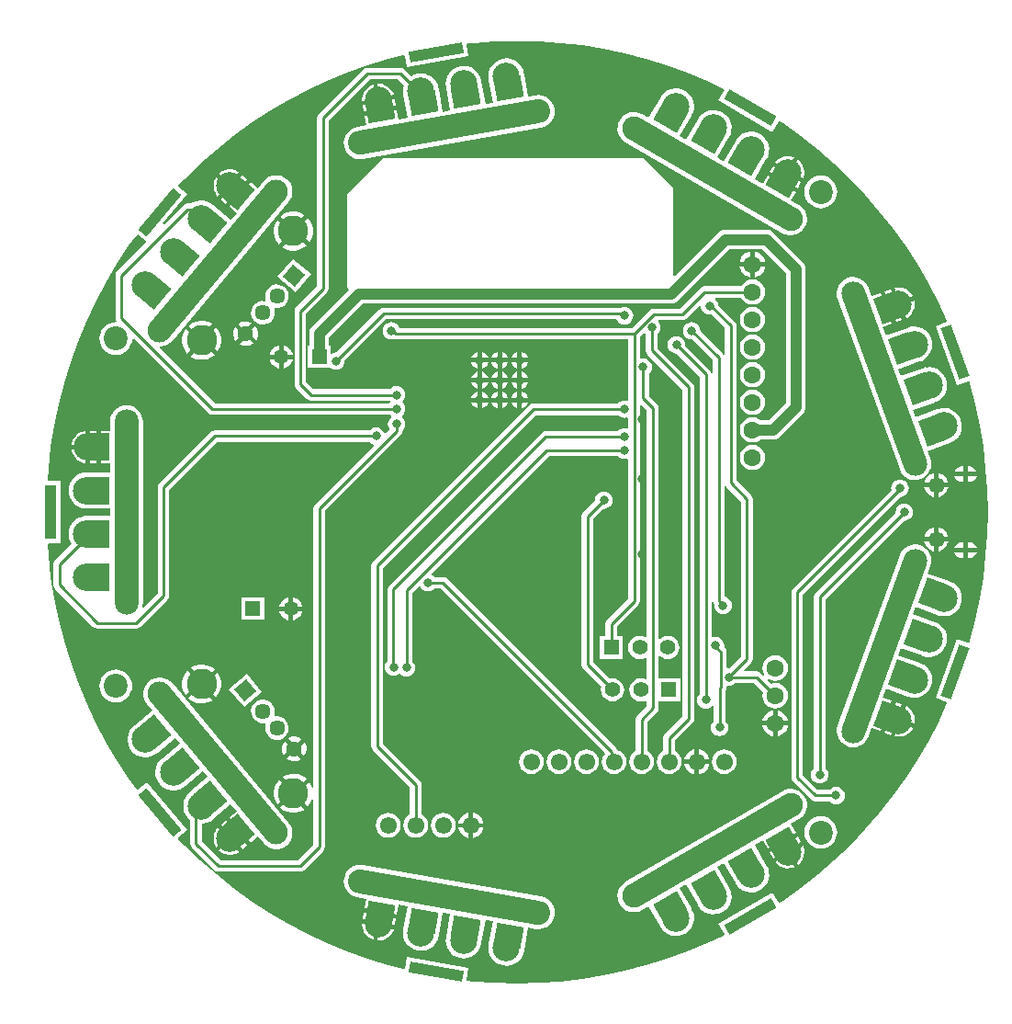
<source format=gbl>
G04*
G04 #@! TF.GenerationSoftware,Altium Limited,Altium Designer,21.7.2 (23)*
G04*
G04 Layer_Physical_Order=2*
G04 Layer_Color=16711680*
%FSAX44Y44*%
%MOMM*%
G71*
G04*
G04 #@! TF.SameCoordinates,F2B12908-CB5E-45EB-B16A-3418207F8AD6*
G04*
G04*
G04 #@! TF.FilePolarity,Positive*
G04*
G01*
G75*
%ADD11C,0.2500*%
%ADD12C,0.2540*%
G04:AMPARAMS|DCode=35|XSize=2.2mm|YSize=18.9mm|CornerRadius=1.1mm|HoleSize=0mm|Usage=FLASHONLY|Rotation=40.000|XOffset=0mm|YOffset=0mm|HoleType=Round|Shape=RoundedRectangle|*
%AMROUNDEDRECTD35*
21,1,2.2000,16.7000,0,0,40.0*
21,1,0.0000,18.9000,0,0,40.0*
1,1,2.2000,5.3673,-6.3965*
1,1,2.2000,5.3673,-6.3965*
1,1,2.2000,-5.3673,6.3965*
1,1,2.2000,-5.3673,6.3965*
%
%ADD35ROUNDEDRECTD35*%
G04:AMPARAMS|DCode=36|XSize=2.2mm|YSize=18.9mm|CornerRadius=1.1mm|HoleSize=0mm|Usage=FLASHONLY|Rotation=120.000|XOffset=0mm|YOffset=0mm|HoleType=Round|Shape=RoundedRectangle|*
%AMROUNDEDRECTD36*
21,1,2.2000,16.7000,0,0,120.0*
21,1,0.0000,18.9000,0,0,120.0*
1,1,2.2000,7.2313,4.1750*
1,1,2.2000,7.2313,4.1750*
1,1,2.2000,-7.2313,-4.1750*
1,1,2.2000,-7.2313,-4.1750*
%
%ADD36ROUNDEDRECTD36*%
G04:AMPARAMS|DCode=37|XSize=2.2mm|YSize=18.9mm|CornerRadius=1.1mm|HoleSize=0mm|Usage=FLASHONLY|Rotation=280.000|XOffset=0mm|YOffset=0mm|HoleType=Round|Shape=RoundedRectangle|*
%AMROUNDEDRECTD37*
21,1,2.2000,16.7000,0,0,280.0*
21,1,0.0000,18.9000,0,0,280.0*
1,1,2.2000,-8.2232,-1.4500*
1,1,2.2000,-8.2232,-1.4500*
1,1,2.2000,8.2232,1.4500*
1,1,2.2000,8.2232,1.4500*
%
%ADD37ROUNDEDRECTD37*%
G04:AMPARAMS|DCode=38|XSize=2.2mm|YSize=18.9mm|CornerRadius=1.1mm|HoleSize=0mm|Usage=FLASHONLY|Rotation=200.000|XOffset=0mm|YOffset=0mm|HoleType=Round|Shape=RoundedRectangle|*
%AMROUNDEDRECTD38*
21,1,2.2000,16.7000,0,0,200.0*
21,1,0.0000,18.9000,0,0,200.0*
1,1,2.2000,-2.8559,7.8464*
1,1,2.2000,-2.8559,7.8464*
1,1,2.2000,2.8559,-7.8464*
1,1,2.2000,2.8559,-7.8464*
%
%ADD38ROUNDEDRECTD38*%
G04:AMPARAMS|DCode=39|XSize=2.2mm|YSize=18.9mm|CornerRadius=1.1mm|HoleSize=0mm|Usage=FLASHONLY|Rotation=320.000|XOffset=0mm|YOffset=0mm|HoleType=Round|Shape=RoundedRectangle|*
%AMROUNDEDRECTD39*
21,1,2.2000,16.7000,0,0,320.0*
21,1,0.0000,18.9000,0,0,320.0*
1,1,2.2000,-5.3673,-6.3965*
1,1,2.2000,-5.3673,-6.3965*
1,1,2.2000,5.3673,6.3965*
1,1,2.2000,5.3673,6.3965*
%
%ADD39ROUNDEDRECTD39*%
G04:AMPARAMS|DCode=40|XSize=2.2mm|YSize=18.9mm|CornerRadius=1.1mm|HoleSize=0mm|Usage=FLASHONLY|Rotation=240.000|XOffset=0mm|YOffset=0mm|HoleType=Round|Shape=RoundedRectangle|*
%AMROUNDEDRECTD40*
21,1,2.2000,16.7000,0,0,240.0*
21,1,0.0000,18.9000,0,0,240.0*
1,1,2.2000,-7.2313,4.1750*
1,1,2.2000,-7.2313,4.1750*
1,1,2.2000,7.2313,-4.1750*
1,1,2.2000,7.2313,-4.1750*
%
%ADD40ROUNDEDRECTD40*%
G04:AMPARAMS|DCode=41|XSize=2.2mm|YSize=18.9mm|CornerRadius=1.1mm|HoleSize=0mm|Usage=FLASHONLY|Rotation=160.000|XOffset=0mm|YOffset=0mm|HoleType=Round|Shape=RoundedRectangle|*
%AMROUNDEDRECTD41*
21,1,2.2000,16.7000,0,0,160.0*
21,1,0.0000,18.9000,0,0,160.0*
1,1,2.2000,2.8559,7.8464*
1,1,2.2000,2.8559,7.8464*
1,1,2.2000,-2.8559,-7.8464*
1,1,2.2000,-2.8559,-7.8464*
%
%ADD41ROUNDEDRECTD41*%
G04:AMPARAMS|DCode=42|XSize=2.2mm|YSize=18.9mm|CornerRadius=1.1mm|HoleSize=0mm|Usage=FLASHONLY|Rotation=80.000|XOffset=0mm|YOffset=0mm|HoleType=Round|Shape=RoundedRectangle|*
%AMROUNDEDRECTD42*
21,1,2.2000,16.7000,0,0,80.0*
21,1,0.0000,18.9000,0,0,80.0*
1,1,2.2000,8.2232,-1.4500*
1,1,2.2000,8.2232,-1.4500*
1,1,2.2000,-8.2232,1.4500*
1,1,2.2000,-8.2232,1.4500*
%
%ADD42ROUNDEDRECTD42*%
G04:AMPARAMS|DCode=43|XSize=2.2mm|YSize=18.9mm|CornerRadius=1.1mm|HoleSize=0mm|Usage=FLASHONLY|Rotation=0.000|XOffset=0mm|YOffset=0mm|HoleType=Round|Shape=RoundedRectangle|*
%AMROUNDEDRECTD43*
21,1,2.2000,16.7000,0,0,0.0*
21,1,0.0000,18.9000,0,0,0.0*
1,1,2.2000,0.0000,-8.3500*
1,1,2.2000,0.0000,-8.3500*
1,1,2.2000,0.0000,8.3500*
1,1,2.2000,0.0000,8.3500*
%
%ADD43ROUNDEDRECTD43*%
%ADD48C,1.4500*%
%ADD51C,1.5500*%
G04:AMPARAMS|DCode=57|XSize=2mm|YSize=2.5mm|CornerRadius=0mm|HoleSize=0mm|Usage=FLASHONLY|Rotation=40.000|XOffset=0mm|YOffset=0mm|HoleType=Round|Shape=Rectangle|*
%AMROTATEDRECTD57*
4,1,4,0.0374,-1.6003,-1.5695,0.3148,-0.0374,1.6003,1.5695,-0.3148,0.0374,-1.6003,0.0*
%
%ADD57ROTATEDRECTD57*%

%ADD58C,2.5000*%
G04:AMPARAMS|DCode=59|XSize=2mm|YSize=2.5mm|CornerRadius=0mm|HoleSize=0mm|Usage=FLASHONLY|Rotation=120.000|XOffset=0mm|YOffset=0mm|HoleType=Round|Shape=Rectangle|*
%AMROTATEDRECTD59*
4,1,4,1.5825,-0.2410,-0.5825,-1.4910,-1.5825,0.2410,0.5825,1.4910,1.5825,-0.2410,0.0*
%
%ADD59ROTATEDRECTD59*%

G04:AMPARAMS|DCode=60|XSize=2mm|YSize=2.5mm|CornerRadius=0mm|HoleSize=0mm|Usage=FLASHONLY|Rotation=280.000|XOffset=0mm|YOffset=0mm|HoleType=Round|Shape=Rectangle|*
%AMROTATEDRECTD60*
4,1,4,-1.4047,0.7678,1.0574,1.2019,1.4047,-0.7678,-1.0574,-1.2019,-1.4047,0.7678,0.0*
%
%ADD60ROTATEDRECTD60*%

G04:AMPARAMS|DCode=61|XSize=2mm|YSize=2.5mm|CornerRadius=0mm|HoleSize=0mm|Usage=FLASHONLY|Rotation=200.000|XOffset=0mm|YOffset=0mm|HoleType=Round|Shape=Rectangle|*
%AMROTATEDRECTD61*
4,1,4,0.5122,1.5166,1.3672,-0.8326,-0.5122,-1.5166,-1.3672,0.8326,0.5122,1.5166,0.0*
%
%ADD61ROTATEDRECTD61*%

G04:AMPARAMS|DCode=62|XSize=2mm|YSize=2.5mm|CornerRadius=0mm|HoleSize=0mm|Usage=FLASHONLY|Rotation=320.000|XOffset=0mm|YOffset=0mm|HoleType=Round|Shape=Rectangle|*
%AMROTATEDRECTD62*
4,1,4,-1.5695,-0.3148,0.0374,1.6003,1.5695,0.3148,-0.0374,-1.6003,-1.5695,-0.3148,0.0*
%
%ADD62ROTATEDRECTD62*%

G04:AMPARAMS|DCode=63|XSize=2mm|YSize=2.5mm|CornerRadius=0mm|HoleSize=0mm|Usage=FLASHONLY|Rotation=240.000|XOffset=0mm|YOffset=0mm|HoleType=Round|Shape=Rectangle|*
%AMROTATEDRECTD63*
4,1,4,-0.5825,1.4910,1.5825,0.2410,0.5825,-1.4910,-1.5825,-0.2410,-0.5825,1.4910,0.0*
%
%ADD63ROTATEDRECTD63*%

G04:AMPARAMS|DCode=64|XSize=2mm|YSize=2.5mm|CornerRadius=0mm|HoleSize=0mm|Usage=FLASHONLY|Rotation=160.000|XOffset=0mm|YOffset=0mm|HoleType=Round|Shape=Rectangle|*
%AMROTATEDRECTD64*
4,1,4,1.3672,0.8326,0.5122,-1.5166,-1.3672,-0.8326,-0.5122,1.5166,1.3672,0.8326,0.0*
%
%ADD64ROTATEDRECTD64*%

G04:AMPARAMS|DCode=65|XSize=2mm|YSize=2.5mm|CornerRadius=0mm|HoleSize=0mm|Usage=FLASHONLY|Rotation=80.000|XOffset=0mm|YOffset=0mm|HoleType=Round|Shape=Rectangle|*
%AMROTATEDRECTD65*
4,1,4,1.0574,-1.2019,-1.4047,-0.7678,-1.0574,1.2019,1.4047,0.7678,1.0574,-1.2019,0.0*
%
%ADD65ROTATEDRECTD65*%

%ADD66R,2.0000X2.5000*%
%ADD82C,1.0000*%
%ADD83C,0.8000*%
%ADD84R,1.4000X1.4000*%
%ADD85C,1.4000*%
%ADD86R,1.3500X1.3500*%
%ADD87C,1.3500*%
%ADD88C,2.8000*%
%ADD89P,2.0506X4X355.0*%
%ADD90P,2.0506X4X275.0*%
%ADD91C,1.6000*%
%ADD92C,2.2000*%
%ADD93C,0.5000*%
%ADD94R,1.0000X5.0000*%
G04:AMPARAMS|DCode=95|XSize=5mm|YSize=1mm|CornerRadius=0mm|HoleSize=0mm|Usage=FLASHONLY|Rotation=210.000|XOffset=0mm|YOffset=0mm|HoleType=Round|Shape=Rectangle|*
%AMROTATEDRECTD95*
4,1,4,1.9151,1.6830,2.4151,0.8170,-1.9151,-1.6830,-2.4151,-0.8170,1.9151,1.6830,0.0*
%
%ADD95ROTATEDRECTD95*%

G04:AMPARAMS|DCode=96|XSize=5mm|YSize=1mm|CornerRadius=0mm|HoleSize=0mm|Usage=FLASHONLY|Rotation=250.000|XOffset=0mm|YOffset=0mm|HoleType=Round|Shape=Rectangle|*
%AMROTATEDRECTD96*
4,1,4,0.3852,2.5202,1.3249,2.1782,-0.3852,-2.5202,-1.3249,-2.1782,0.3852,2.5202,0.0*
%
%ADD96ROTATEDRECTD96*%

G04:AMPARAMS|DCode=97|XSize=5mm|YSize=1mm|CornerRadius=0mm|HoleSize=0mm|Usage=FLASHONLY|Rotation=290.000|XOffset=0mm|YOffset=0mm|HoleType=Round|Shape=Rectangle|*
%AMROTATEDRECTD97*
4,1,4,-1.3249,2.1782,-0.3852,2.5202,1.3249,-2.1782,0.3852,-2.5202,-1.3249,2.1782,0.0*
%
%ADD97ROTATEDRECTD97*%

G04:AMPARAMS|DCode=98|XSize=5mm|YSize=1mm|CornerRadius=0mm|HoleSize=0mm|Usage=FLASHONLY|Rotation=330.000|XOffset=0mm|YOffset=0mm|HoleType=Round|Shape=Rectangle|*
%AMROTATEDRECTD98*
4,1,4,-2.4151,0.8170,-1.9151,1.6830,2.4151,-0.8170,1.9151,-1.6830,-2.4151,0.8170,0.0*
%
%ADD98ROTATEDRECTD98*%

G04:AMPARAMS|DCode=99|XSize=5mm|YSize=1mm|CornerRadius=0mm|HoleSize=0mm|Usage=FLASHONLY|Rotation=130.000|XOffset=0mm|YOffset=0mm|HoleType=Round|Shape=Rectangle|*
%AMROTATEDRECTD99*
4,1,4,1.9900,-1.5937,1.2239,-2.2365,-1.9900,1.5937,-1.2239,2.2365,1.9900,-1.5937,0.0*
%
%ADD99ROTATEDRECTD99*%

G04:AMPARAMS|DCode=100|XSize=5mm|YSize=1mm|CornerRadius=0mm|HoleSize=0mm|Usage=FLASHONLY|Rotation=10.000|XOffset=0mm|YOffset=0mm|HoleType=Round|Shape=Rectangle|*
%AMROTATEDRECTD100*
4,1,4,-2.3752,-0.9265,-2.5488,0.0583,2.3752,0.9265,2.5488,-0.0583,-2.3752,-0.9265,0.0*
%
%ADD100ROTATEDRECTD100*%

G04:AMPARAMS|DCode=101|XSize=5mm|YSize=1mm|CornerRadius=0mm|HoleSize=0mm|Usage=FLASHONLY|Rotation=50.000|XOffset=0mm|YOffset=0mm|HoleType=Round|Shape=Rectangle|*
%AMROTATEDRECTD101*
4,1,4,-1.2239,-2.2365,-1.9900,-1.5937,1.2239,2.2365,1.9900,1.5937,-1.2239,-2.2365,0.0*
%
%ADD101ROTATEDRECTD101*%

G04:AMPARAMS|DCode=102|XSize=5mm|YSize=1mm|CornerRadius=0mm|HoleSize=0mm|Usage=FLASHONLY|Rotation=170.000|XOffset=0mm|YOffset=0mm|HoleType=Round|Shape=Rectangle|*
%AMROTATEDRECTD102*
4,1,4,2.5488,0.0583,2.3752,-0.9265,-2.5488,-0.0583,-2.3752,0.9265,2.5488,0.0583,0.0*
%
%ADD102ROTATEDRECTD102*%

G36*
X00460043Y00871526D02*
X00480043Y00870137D01*
X00499958Y00867827D01*
X00519745Y00864599D01*
X00539362Y00860461D01*
X00558767Y00855422D01*
X00577918Y00849491D01*
X00596775Y00842682D01*
X00615297Y00835010D01*
X00630534Y00827857D01*
X00630915Y00826646D01*
X00625395Y00817086D01*
X00675625Y00788086D01*
X00681135Y00797629D01*
X00682370Y00797925D01*
X00685263Y00796040D01*
X00701537Y00784331D01*
X00717252Y00771882D01*
X00732376Y00758722D01*
X00746876Y00744876D01*
X00760722Y00730376D01*
X00773882Y00715252D01*
X00786330Y00699537D01*
X00798040Y00683263D01*
X00808985Y00666466D01*
X00819142Y00649181D01*
X00828491Y00631445D01*
X00836584Y00614204D01*
X00836100Y00613030D01*
X00825694Y00609243D01*
X00845531Y00554741D01*
X00855916Y00558520D01*
X00857053Y00557956D01*
X00857422Y00556767D01*
X00862461Y00537362D01*
X00866599Y00517745D01*
X00869827Y00497958D01*
X00872138Y00478043D01*
X00873526Y00458043D01*
X00873989Y00438000D01*
X00873526Y00417957D01*
X00872138Y00397957D01*
X00869827Y00378042D01*
X00866599Y00358255D01*
X00862461Y00338638D01*
X00857422Y00319233D01*
X00857053Y00318044D01*
X00855916Y00317480D01*
X00845531Y00321259D01*
X00825694Y00266757D01*
X00836100Y00262970D01*
X00836584Y00261796D01*
X00828491Y00244555D01*
X00819142Y00226819D01*
X00808985Y00209534D01*
X00798040Y00192737D01*
X00786330Y00176463D01*
X00773882Y00160748D01*
X00760722Y00145624D01*
X00746876Y00131124D01*
X00732376Y00117278D01*
X00717252Y00104118D01*
X00701537Y00091670D01*
X00685263Y00079960D01*
X00682358Y00078068D01*
X00681123Y00078363D01*
X00675615Y00087904D01*
X00625385Y00058904D01*
X00630902Y00049349D01*
X00630522Y00048137D01*
X00615297Y00040990D01*
X00596775Y00033317D01*
X00577918Y00026509D01*
X00558767Y00020578D01*
X00539362Y00015539D01*
X00519745Y00011401D01*
X00499958Y00008173D01*
X00480043Y00005863D01*
X00460043Y00004474D01*
X00440000Y00004011D01*
X00419957Y00004474D01*
X00399957Y00005863D01*
X00394303Y00006518D01*
X00393544Y00007537D01*
X00395452Y00018357D01*
X00338333Y00028429D01*
X00336423Y00017597D01*
X00335355Y00016911D01*
X00321233Y00020578D01*
X00302082Y00026509D01*
X00283225Y00033317D01*
X00264703Y00040990D01*
X00246555Y00049509D01*
X00228819Y00058858D01*
X00211534Y00069015D01*
X00194737Y00079960D01*
X00178463Y00091670D01*
X00162748Y00104118D01*
X00147624Y00117278D01*
X00133124Y00131124D01*
X00127658Y00136847D01*
X00127728Y00138116D01*
X00136135Y00145170D01*
X00098854Y00189600D01*
X00090442Y00182542D01*
X00089182Y00182700D01*
X00081960Y00192737D01*
X00071015Y00209534D01*
X00060858Y00226819D01*
X00051509Y00244555D01*
X00042990Y00262703D01*
X00035317Y00281225D01*
X00028509Y00300082D01*
X00022578Y00319233D01*
X00017539Y00338638D01*
X00013401Y00358255D01*
X00010173Y00378042D01*
X00007862Y00397957D01*
X00007161Y00408071D01*
X00008027Y00409000D01*
X00019000D01*
Y00467000D01*
X00008027D01*
X00007161Y00467929D01*
X00007862Y00478043D01*
X00010173Y00497958D01*
X00013401Y00517745D01*
X00017539Y00537362D01*
X00022578Y00556767D01*
X00028509Y00575918D01*
X00035317Y00594775D01*
X00042990Y00613297D01*
X00051509Y00631445D01*
X00060858Y00649181D01*
X00071015Y00666466D01*
X00081960Y00683263D01*
X00089182Y00693300D01*
X00090442Y00693458D01*
X00097577Y00687471D01*
X00097632Y00686202D01*
X00071215Y00659785D01*
X00070055Y00658048D01*
X00069647Y00656000D01*
Y00617000D01*
X00070055Y00614952D01*
X00070490Y00614300D01*
X00070200Y00613575D01*
X00069796Y00613052D01*
X00067059Y00612783D01*
X00064232Y00611925D01*
X00061626Y00610532D01*
X00059342Y00608658D01*
X00057468Y00606374D01*
X00056075Y00603768D01*
X00055217Y00600941D01*
X00054927Y00598000D01*
X00055217Y00595060D01*
X00056075Y00592232D01*
X00057468Y00589626D01*
X00059342Y00587342D01*
X00061626Y00585468D01*
X00064232Y00584075D01*
X00067059Y00583217D01*
X00070000Y00582927D01*
X00072941Y00583217D01*
X00075768Y00584075D01*
X00078374Y00585468D01*
X00080658Y00587342D01*
X00082532Y00589626D01*
X00083925Y00592232D01*
X00084783Y00595060D01*
X00085033Y00597601D01*
X00086242Y00598189D01*
X00155215Y00529215D01*
X00156952Y00528055D01*
X00159000Y00527647D01*
X00323024D01*
X00323294Y00527294D01*
X00323938Y00526800D01*
Y00525200D01*
X00323294Y00524706D01*
X00322012Y00523035D01*
X00321206Y00521088D01*
X00320931Y00519000D01*
X00321206Y00516912D01*
X00322012Y00514966D01*
X00322613Y00514183D01*
X00318967Y00510537D01*
X00317480Y00510846D01*
X00316988Y00512034D01*
X00315706Y00513706D01*
X00314035Y00514988D01*
X00312088Y00515794D01*
X00310000Y00516069D01*
X00307912Y00515794D01*
X00305965Y00514988D01*
X00304294Y00513706D01*
X00304024Y00513353D01*
X00161000D01*
X00158952Y00512945D01*
X00157215Y00511785D01*
X00110215Y00464785D01*
X00109055Y00463048D01*
X00108647Y00461000D01*
Y00363217D01*
X00095727Y00350297D01*
X00094604Y00350970D01*
X00094783Y00351559D01*
X00095073Y00354500D01*
Y00521500D01*
X00094783Y00524440D01*
X00093925Y00527268D01*
X00092532Y00529874D01*
X00090658Y00532158D01*
X00088374Y00534032D01*
X00085768Y00535425D01*
X00082941Y00536283D01*
X00080000Y00536572D01*
X00077059Y00536283D01*
X00074232Y00535425D01*
X00071626Y00534032D01*
X00069342Y00532158D01*
X00067468Y00529874D01*
X00066075Y00527268D01*
X00065217Y00524440D01*
X00064928Y00521500D01*
Y00513000D01*
X00056000D01*
Y00498000D01*
Y00483000D01*
X00064928D01*
Y00474500D01*
X00043811D01*
X00043000Y00474580D01*
X00042189Y00474500D01*
X00040000D01*
Y00474284D01*
X00039765Y00474261D01*
X00036655Y00473318D01*
X00033789Y00471786D01*
X00031276Y00469724D01*
X00029214Y00467211D01*
X00027682Y00464345D01*
X00026739Y00461235D01*
X00026420Y00458000D01*
X00026739Y00454765D01*
X00027682Y00451655D01*
X00029214Y00448789D01*
X00031276Y00446276D01*
X00033789Y00444214D01*
X00036655Y00442682D01*
X00039765Y00441739D01*
X00040000Y00441716D01*
Y00441500D01*
X00042189D01*
X00043000Y00441420D01*
X00043811Y00441500D01*
X00064928D01*
Y00434500D01*
X00043811D01*
X00043000Y00434580D01*
X00042189Y00434500D01*
X00040000D01*
Y00434284D01*
X00039765Y00434261D01*
X00036655Y00433318D01*
X00033789Y00431786D01*
X00031276Y00429724D01*
X00029214Y00427211D01*
X00027682Y00424345D01*
X00026739Y00421235D01*
X00026420Y00418000D01*
X00026739Y00414765D01*
X00027682Y00411655D01*
X00029214Y00408789D01*
X00029216Y00408786D01*
X00014215Y00393785D01*
X00013055Y00392048D01*
X00012647Y00390000D01*
Y00371000D01*
X00013055Y00368952D01*
X00014215Y00367215D01*
X00049215Y00332215D01*
X00050952Y00331055D01*
X00053000Y00330647D01*
X00089000D01*
X00091048Y00331055D01*
X00092785Y00332215D01*
X00117785Y00357215D01*
X00118945Y00358952D01*
X00119353Y00361000D01*
Y00458783D01*
X00163217Y00502647D01*
X00304024D01*
X00304294Y00502294D01*
X00305965Y00501012D01*
X00307154Y00500520D01*
X00307463Y00499033D01*
X00253715Y00445285D01*
X00252555Y00443548D01*
X00252147Y00441500D01*
Y00184550D01*
X00250877Y00184418D01*
X00250861Y00184493D01*
X00249469Y00187754D01*
X00248602Y00189022D01*
X00236429Y00178808D01*
X00246643Y00166635D01*
X00247717Y00167733D01*
X00249655Y00170702D01*
X00250877Y00173747D01*
X00252147Y00173501D01*
Y00131717D01*
X00237783Y00117353D01*
X00166717D01*
X00149353Y00134717D01*
Y00150998D01*
X00150541Y00151011D01*
X00153722Y00151680D01*
X00156711Y00152956D01*
X00156905Y00153090D01*
X00157044Y00152924D01*
X00158721Y00154332D01*
X00159393Y00154791D01*
X00159963Y00155374D01*
X00176140Y00168947D01*
X00181603Y00162436D01*
X00174764Y00156698D01*
X00184406Y00145207D01*
X00194048Y00133716D01*
X00200887Y00139455D01*
X00206350Y00132943D01*
X00208463Y00130877D01*
X00210937Y00129262D01*
X00213679Y00128161D01*
X00216583Y00127617D01*
X00219538Y00127649D01*
X00222429Y00128257D01*
X00225147Y00129417D01*
X00227585Y00131086D01*
X00229652Y00133197D01*
X00231266Y00135672D01*
X00232367Y00138414D01*
X00232912Y00141318D01*
X00232880Y00144273D01*
X00232272Y00147164D01*
X00231111Y00149881D01*
X00229443Y00152320D01*
X00122098Y00280250D01*
X00119986Y00282316D01*
X00117511Y00283931D01*
X00114769Y00285032D01*
X00111865Y00285576D01*
X00108910Y00285544D01*
X00106019Y00284936D01*
X00103301Y00283776D01*
X00100863Y00282107D01*
X00098796Y00279995D01*
X00097182Y00277521D01*
X00096081Y00274779D01*
X00095536Y00271875D01*
X00095568Y00268920D01*
X00096176Y00266029D01*
X00097337Y00263311D01*
X00099005Y00260873D01*
X00103504Y00255511D01*
X00087327Y00241936D01*
X00086656Y00241477D01*
X00086086Y00240895D01*
X00084409Y00239487D01*
X00084548Y00239322D01*
X00084383Y00239154D01*
X00082606Y00236432D01*
X00081396Y00233415D01*
X00080796Y00230221D01*
X00080832Y00226971D01*
X00081501Y00223790D01*
X00082777Y00220801D01*
X00084612Y00218119D01*
X00086935Y00215846D01*
X00089657Y00214069D01*
X00092673Y00212858D01*
X00095868Y00212259D01*
X00099118Y00212295D01*
X00102299Y00212964D01*
X00105288Y00214240D01*
X00105482Y00214373D01*
X00105621Y00214208D01*
X00107298Y00215615D01*
X00107970Y00216075D01*
X00108540Y00216658D01*
X00124716Y00230231D01*
X00129216Y00224869D01*
X00113039Y00211295D01*
X00112367Y00210835D01*
X00111798Y00210253D01*
X00110120Y00208846D01*
X00110259Y00208680D01*
X00110094Y00208512D01*
X00108318Y00205790D01*
X00107107Y00202774D01*
X00106508Y00199579D01*
X00106543Y00196329D01*
X00107212Y00193148D01*
X00108489Y00190159D01*
X00110324Y00187477D01*
X00112647Y00185204D01*
X00115369Y00183428D01*
X00118385Y00182217D01*
X00121580Y00181617D01*
X00124830Y00181653D01*
X00128010Y00182322D01*
X00130999Y00183598D01*
X00131194Y00183731D01*
X00131332Y00183566D01*
X00133009Y00184973D01*
X00133682Y00185433D01*
X00134252Y00186016D01*
X00150428Y00199589D01*
X00154928Y00194227D01*
X00138751Y00180653D01*
X00138079Y00180193D01*
X00137509Y00179611D01*
X00135832Y00178204D01*
X00135971Y00178039D01*
X00135806Y00177870D01*
X00134030Y00175148D01*
X00132819Y00172132D01*
X00132219Y00168937D01*
X00132255Y00165687D01*
X00132924Y00162507D01*
X00134200Y00159518D01*
X00136035Y00156835D01*
X00138358Y00154562D01*
X00138647Y00154374D01*
Y00132500D01*
X00139055Y00130452D01*
X00140215Y00128715D01*
X00160715Y00108215D01*
X00162452Y00107055D01*
X00164500Y00106647D01*
X00240000D01*
X00242048Y00107055D01*
X00243785Y00108215D01*
X00261285Y00125715D01*
X00262445Y00127452D01*
X00262853Y00129500D01*
Y00439283D01*
X00332785Y00509215D01*
X00333945Y00510952D01*
X00334353Y00513000D01*
Y00513024D01*
X00334706Y00513294D01*
X00335988Y00514966D01*
X00336794Y00516912D01*
X00337069Y00519000D01*
X00336794Y00521088D01*
X00335988Y00523035D01*
X00334706Y00524706D01*
X00334062Y00525200D01*
Y00526800D01*
X00334706Y00527294D01*
X00335988Y00528965D01*
X00336794Y00530912D01*
X00337069Y00533000D01*
X00336794Y00535088D01*
X00335988Y00537034D01*
X00334711Y00538698D01*
X00334498Y00538987D01*
Y00540013D01*
X00334711Y00540302D01*
X00335988Y00541965D01*
X00336794Y00543912D01*
X00337069Y00546000D01*
X00336794Y00548088D01*
X00335988Y00550034D01*
X00334706Y00551706D01*
X00333035Y00552988D01*
X00331088Y00553794D01*
X00329000Y00554069D01*
X00326912Y00553794D01*
X00324966Y00552988D01*
X00323294Y00551706D01*
X00323024Y00551353D01*
X00252217D01*
X00245353Y00558217D01*
Y00620783D01*
X00264785Y00640215D01*
X00265945Y00641952D01*
X00266353Y00644000D01*
Y00798783D01*
X00304217Y00836647D01*
X00330210D01*
X00335819Y00831039D01*
X00335179Y00829084D01*
X00334790Y00825857D01*
X00334808Y00825622D01*
X00334595Y00825585D01*
X00334975Y00823429D01*
X00335038Y00822617D01*
X00335257Y00821832D01*
X00338924Y00801036D01*
X00330553Y00799560D01*
X00329003Y00808352D01*
X00314231Y00805747D01*
X00299459Y00803143D01*
X00301009Y00794351D01*
X00292638Y00792875D01*
X00289792Y00792079D01*
X00287157Y00790743D01*
X00284832Y00788919D01*
X00282908Y00786676D01*
X00281459Y00784102D01*
X00280540Y00781293D01*
X00280186Y00778360D01*
X00280412Y00775414D01*
X00281208Y00772568D01*
X00282543Y00769933D01*
X00284367Y00767608D01*
X00286610Y00765684D01*
X00289185Y00764235D01*
X00291993Y00763316D01*
X00294926Y00762962D01*
X00297873Y00763188D01*
X00462335Y00792187D01*
X00465181Y00792983D01*
X00467817Y00794318D01*
X00470141Y00796143D01*
X00472065Y00798385D01*
X00473514Y00800960D01*
X00474433Y00803768D01*
X00474787Y00806702D01*
X00474562Y00809648D01*
X00473766Y00812493D01*
X00472430Y00815129D01*
X00470606Y00817453D01*
X00468363Y00819377D01*
X00465788Y00820826D01*
X00462980Y00821746D01*
X00460047Y00822099D01*
X00457101Y00821874D01*
X00450207Y00820658D01*
X00446540Y00841455D01*
X00446478Y00842267D01*
X00446259Y00843051D01*
X00445878Y00845207D01*
X00445666Y00845170D01*
X00445603Y00845397D01*
X00444133Y00848296D01*
X00442127Y00850853D01*
X00439660Y00852969D01*
X00436828Y00854563D01*
X00433739Y00855574D01*
X00430512Y00855964D01*
X00427271Y00855715D01*
X00424141Y00854840D01*
X00421242Y00853371D01*
X00418685Y00851364D01*
X00416569Y00848897D01*
X00414974Y00846065D01*
X00413963Y00842976D01*
X00413574Y00839749D01*
X00413592Y00839514D01*
X00413380Y00839477D01*
X00413760Y00837321D01*
X00413822Y00836508D01*
X00414042Y00835724D01*
X00417709Y00814928D01*
X00410815Y00813712D01*
X00407148Y00834507D01*
X00407086Y00835321D01*
X00406866Y00836107D01*
X00406486Y00838261D01*
X00406274Y00838224D01*
X00406210Y00838451D01*
X00404741Y00841350D01*
X00402735Y00843907D01*
X00400268Y00846023D01*
X00397435Y00847617D01*
X00394346Y00848628D01*
X00391120Y00849017D01*
X00387879Y00848770D01*
X00384749Y00847894D01*
X00381850Y00846425D01*
X00379293Y00844418D01*
X00377177Y00841951D01*
X00375582Y00839119D01*
X00374571Y00836030D01*
X00374182Y00832803D01*
X00374200Y00832568D01*
X00373988Y00832531D01*
X00374368Y00830373D01*
X00374430Y00829563D01*
X00374649Y00828780D01*
X00378316Y00807982D01*
X00371423Y00806767D01*
X00367756Y00827563D01*
X00367693Y00828375D01*
X00367474Y00829158D01*
X00367094Y00831315D01*
X00366881Y00831278D01*
X00366818Y00831505D01*
X00365349Y00834404D01*
X00363342Y00836961D01*
X00360875Y00839077D01*
X00358043Y00840671D01*
X00354954Y00841682D01*
X00351727Y00842072D01*
X00348486Y00841824D01*
X00345356Y00840948D01*
X00342498Y00839500D01*
X00336213Y00845785D01*
X00334476Y00846945D01*
X00332428Y00847353D01*
X00302000D01*
X00299952Y00846945D01*
X00298215Y00845785D01*
X00257215Y00804785D01*
X00256055Y00803048D01*
X00255647Y00801000D01*
Y00646217D01*
X00236215Y00626785D01*
X00235055Y00625048D01*
X00234647Y00623000D01*
Y00556000D01*
X00235055Y00553952D01*
X00236215Y00552215D01*
X00246215Y00542215D01*
X00247952Y00541055D01*
X00250000Y00540647D01*
X00323024D01*
X00323288Y00540302D01*
X00323502Y00540013D01*
Y00539425D01*
X00322495Y00538353D01*
X00161217D01*
X00110305Y00589265D01*
X00110798Y00590435D01*
X00111865Y00590424D01*
X00114769Y00590968D01*
X00117511Y00592069D01*
X00119986Y00593684D01*
X00122098Y00595750D01*
X00229443Y00723680D01*
X00231111Y00726118D01*
X00232272Y00728836D01*
X00232880Y00731727D01*
X00232912Y00734682D01*
X00232367Y00737586D01*
X00231266Y00740328D01*
X00229652Y00742803D01*
X00227585Y00744914D01*
X00225147Y00746583D01*
X00222429Y00747743D01*
X00219538Y00748351D01*
X00216583Y00748383D01*
X00213679Y00747839D01*
X00210937Y00746738D01*
X00208463Y00745123D01*
X00206350Y00743057D01*
X00200887Y00736545D01*
X00194048Y00742284D01*
X00184406Y00730793D01*
X00174764Y00719302D01*
X00181603Y00713564D01*
X00176140Y00707053D01*
X00159963Y00720627D01*
X00159393Y00721208D01*
X00158722Y00721668D01*
X00157044Y00723075D01*
X00156905Y00722910D01*
X00156711Y00723043D01*
X00153722Y00724320D01*
X00150541Y00724989D01*
X00147291Y00725024D01*
X00144097Y00724425D01*
X00141080Y00723214D01*
X00139761Y00722353D01*
X00136000D01*
X00133952Y00721945D01*
X00132215Y00720785D01*
X00114487Y00703057D01*
X00113551Y00703915D01*
X00136135Y00730830D01*
X00127728Y00737885D01*
X00127658Y00739153D01*
X00133124Y00744876D01*
X00147624Y00758722D01*
X00162748Y00771882D01*
X00178463Y00784331D01*
X00194737Y00796040D01*
X00211534Y00806985D01*
X00228819Y00817142D01*
X00246555Y00826491D01*
X00264703Y00835010D01*
X00283225Y00842682D01*
X00302082Y00849491D01*
X00321233Y00855422D01*
X00335355Y00859089D01*
X00336423Y00858403D01*
X00338333Y00847571D01*
X00395452Y00857643D01*
X00393544Y00868463D01*
X00394303Y00869482D01*
X00399957Y00870137D01*
X00419957Y00871526D01*
X00440000Y00871989D01*
X00460043Y00871526D01*
D02*
G37*
%LPC*%
G36*
X00585454Y00828356D02*
X00582247Y00827827D01*
X00579206Y00826682D01*
X00576445Y00824966D01*
X00574073Y00822744D01*
X00573936Y00822552D01*
X00573749Y00822660D01*
X00572655Y00820765D01*
X00572180Y00820102D01*
X00571844Y00819360D01*
X00561285Y00801072D01*
X00555223Y00804572D01*
X00552532Y00805792D01*
X00549654Y00806463D01*
X00546701Y00806559D01*
X00543786Y00806078D01*
X00541020Y00805037D01*
X00538511Y00803477D01*
X00536355Y00801457D01*
X00534634Y00799055D01*
X00533414Y00796364D01*
X00532743Y00793486D01*
X00532647Y00790533D01*
X00533128Y00787618D01*
X00534169Y00784853D01*
X00535729Y00782344D01*
X00537749Y00780187D01*
X00540151Y00778466D01*
X00684777Y00694966D01*
X00687468Y00693746D01*
X00690346Y00693075D01*
X00693299Y00692979D01*
X00696214Y00693460D01*
X00698979Y00694501D01*
X00701489Y00696061D01*
X00703645Y00698081D01*
X00705366Y00700483D01*
X00706586Y00703174D01*
X00707257Y00706052D01*
X00707353Y00709005D01*
X00706872Y00711920D01*
X00705831Y00714686D01*
X00704271Y00717195D01*
X00702251Y00719351D01*
X00699849Y00721072D01*
X00692488Y00725322D01*
X00696952Y00733054D01*
X00683962Y00740554D01*
X00670971Y00748054D01*
X00666507Y00740322D01*
X00659146Y00744572D01*
X00669705Y00762860D01*
X00670179Y00763522D01*
X00670515Y00764264D01*
X00671610Y00766160D01*
X00671423Y00766268D01*
X00671520Y00766483D01*
X00672259Y00769648D01*
X00672365Y00772896D01*
X00671835Y00776103D01*
X00670691Y00779145D01*
X00668974Y00781905D01*
X00666752Y00784277D01*
X00664110Y00786171D01*
X00661150Y00787512D01*
X00657985Y00788250D01*
X00654736Y00788356D01*
X00651529Y00787827D01*
X00648487Y00786682D01*
X00645727Y00784966D01*
X00643355Y00782744D01*
X00643218Y00782552D01*
X00643031Y00782660D01*
X00641936Y00780764D01*
X00641462Y00780102D01*
X00641126Y00779361D01*
X00630567Y00761072D01*
X00624505Y00764572D01*
X00635064Y00782860D01*
X00635538Y00783522D01*
X00635874Y00784264D01*
X00636969Y00786160D01*
X00636782Y00786268D01*
X00636879Y00786483D01*
X00637617Y00789648D01*
X00637724Y00792896D01*
X00637194Y00796103D01*
X00636049Y00799145D01*
X00634333Y00801905D01*
X00632111Y00804277D01*
X00629469Y00806171D01*
X00626509Y00807512D01*
X00623344Y00808250D01*
X00620095Y00808356D01*
X00616888Y00807827D01*
X00613846Y00806682D01*
X00611086Y00804966D01*
X00608714Y00802744D01*
X00608577Y00802552D01*
X00608390Y00802660D01*
X00607295Y00800764D01*
X00606821Y00800102D01*
X00606485Y00799360D01*
X00595926Y00781072D01*
X00589864Y00784572D01*
X00600423Y00802861D01*
X00600897Y00803522D01*
X00601233Y00804264D01*
X00602328Y00806160D01*
X00602141Y00806268D01*
X00602239Y00806483D01*
X00602976Y00809648D01*
X00603083Y00812896D01*
X00602553Y00816103D01*
X00601409Y00819145D01*
X00599692Y00821905D01*
X00597470Y00824277D01*
X00594828Y00826171D01*
X00591868Y00827512D01*
X00588703Y00828250D01*
X00585454Y00828356D01*
D02*
G37*
G36*
X00312476Y00832634D02*
X00311533Y00832562D01*
X00313769Y00819882D01*
X00326572Y00822139D01*
X00326485Y00822632D01*
X00326314Y00822602D01*
X00326195Y00823028D01*
X00324859Y00825664D01*
X00323035Y00827988D01*
X00320792Y00829912D01*
X00318217Y00831361D01*
X00315409Y00832280D01*
X00312476Y00832634D01*
D02*
G37*
G36*
X00307594Y00831867D02*
X00306684Y00831613D01*
X00304048Y00830277D01*
X00301724Y00828453D01*
X00299800Y00826210D01*
X00298351Y00823635D01*
X00297432Y00820827D01*
X00297078Y00817894D01*
X00297112Y00817452D01*
X00296941Y00817422D01*
X00297027Y00816930D01*
X00309830Y00819187D01*
X00307594Y00831867D01*
D02*
G37*
G36*
X00327266Y00818200D02*
X00312494Y00815595D01*
X00297722Y00812991D01*
X00298764Y00807082D01*
X00313536Y00809687D01*
X00328308Y00812291D01*
X00327266Y00818200D01*
D02*
G37*
G36*
X00555000Y00764078D02*
X00555000Y00764078D01*
X00318000D01*
X00318000Y00764078D01*
X00316439Y00763768D01*
X00315116Y00762884D01*
X00315116Y00762884D01*
X00284116Y00731884D01*
X00284116Y00731884D01*
X00283232Y00730561D01*
X00282922Y00729000D01*
X00282922Y00729000D01*
Y00647000D01*
X00283232Y00645439D01*
X00284116Y00644116D01*
X00284580Y00643806D01*
X00284704Y00642542D01*
X00251081Y00608919D01*
X00249639Y00607039D01*
X00248732Y00604850D01*
X00248422Y00602500D01*
Y00591350D01*
X00247150D01*
Y00570650D01*
X00267850D01*
X00267850Y00570650D01*
Y00570650D01*
X00268877Y00570080D01*
X00268965Y00570012D01*
X00270912Y00569206D01*
X00273000Y00568931D01*
X00275088Y00569206D01*
X00277034Y00570012D01*
X00278706Y00571294D01*
X00279988Y00572966D01*
X00280794Y00574912D01*
X00281069Y00577000D01*
X00281011Y00577441D01*
X00319217Y00615647D01*
X00531730D01*
X00532012Y00614966D01*
X00533294Y00613294D01*
X00534966Y00612012D01*
X00536912Y00611206D01*
X00539000Y00610931D01*
X00541088Y00611206D01*
X00543035Y00612012D01*
X00544706Y00613294D01*
X00545988Y00614966D01*
X00546794Y00616912D01*
X00547069Y00619000D01*
X00546794Y00621088D01*
X00545988Y00623035D01*
X00544706Y00624706D01*
X00543035Y00625988D01*
X00541088Y00626794D01*
X00539000Y00627069D01*
X00536912Y00626794D01*
X00535738Y00626308D01*
X00535512Y00626353D01*
X00317000D01*
X00314952Y00625945D01*
X00313215Y00624785D01*
X00273441Y00585011D01*
X00273000Y00585069D01*
X00270912Y00584794D01*
X00269120Y00584052D01*
X00267904Y00584511D01*
X00267850Y00584538D01*
Y00591350D01*
X00266578D01*
Y00598740D01*
X00297760Y00629922D01*
X00582000D01*
X00584350Y00630232D01*
X00586539Y00631138D01*
X00588419Y00632581D01*
X00635700Y00679863D01*
X00666300D01*
X00687922Y00658240D01*
Y00538760D01*
X00672040Y00522878D01*
X00664225D01*
X00662850Y00523933D01*
X00660028Y00525101D01*
X00657000Y00525500D01*
X00653972Y00525101D01*
X00651150Y00523933D01*
X00648727Y00522073D01*
X00646867Y00519650D01*
X00645699Y00516828D01*
X00645300Y00513800D01*
X00645699Y00510772D01*
X00646867Y00507950D01*
X00648727Y00505527D01*
X00651150Y00503667D01*
X00653972Y00502499D01*
X00657000Y00502100D01*
X00660028Y00502499D01*
X00662850Y00503667D01*
X00664225Y00504722D01*
X00675800D01*
X00678149Y00505032D01*
X00680339Y00505938D01*
X00682219Y00507381D01*
X00703419Y00528581D01*
X00704862Y00530461D01*
X00705768Y00532650D01*
X00706078Y00535000D01*
X00706078Y00535000D01*
Y00662000D01*
X00705768Y00664350D01*
X00704862Y00666539D01*
X00703419Y00668419D01*
X00676478Y00695359D01*
X00674598Y00696802D01*
X00672409Y00697709D01*
X00670060Y00698018D01*
X00631941D01*
X00631940Y00698018D01*
X00629591Y00697709D01*
X00627402Y00696802D01*
X00625522Y00695359D01*
X00585252Y00655089D01*
X00584078Y00655575D01*
Y00735000D01*
X00583768Y00736561D01*
X00582884Y00737884D01*
X00557884Y00762884D01*
X00556561Y00763768D01*
X00556302Y00763819D01*
X00555000Y00764078D01*
D02*
G37*
G36*
X00688976Y00765986D02*
X00686060Y00765505D01*
X00683295Y00764464D01*
X00680786Y00762904D01*
X00678629Y00760884D01*
X00678372Y00760524D01*
X00678221Y00760611D01*
X00677971Y00760178D01*
X00689230Y00753678D01*
X00695667Y00764829D01*
X00694807Y00765219D01*
X00691929Y00765890D01*
X00688976Y00765986D01*
D02*
G37*
G36*
X00699131Y00762829D02*
X00692694Y00751678D01*
X00703952Y00745178D01*
X00704202Y00745611D01*
X00704052Y00745698D01*
X00704234Y00746101D01*
X00704905Y00748979D01*
X00705002Y00751932D01*
X00704521Y00754847D01*
X00703480Y00757613D01*
X00701919Y00760122D01*
X00699900Y00762278D01*
X00699131Y00762829D01*
D02*
G37*
G36*
X00173900Y00753522D02*
X00170996Y00752977D01*
X00168254Y00751876D01*
X00165779Y00750261D01*
X00165104Y00749600D01*
X00174967Y00741324D01*
X00183323Y00751283D01*
X00182940Y00751604D01*
X00182829Y00751471D01*
X00182463Y00751721D01*
X00179746Y00752881D01*
X00176854Y00753490D01*
X00173900Y00753522D01*
D02*
G37*
G36*
X00675971Y00756714D02*
X00672971Y00751518D01*
X00685962Y00744018D01*
X00698952Y00736518D01*
X00701952Y00741714D01*
X00688962Y00749214D01*
X00675971Y00756714D01*
D02*
G37*
G36*
X00162533Y00746536D02*
X00161999Y00745756D01*
X00160839Y00743039D01*
X00160231Y00740147D01*
X00160198Y00737193D01*
X00160743Y00734289D01*
X00161844Y00731547D01*
X00163459Y00729072D01*
X00163768Y00728756D01*
X00163657Y00728623D01*
X00164040Y00728301D01*
X00172396Y00738260D01*
X00162533Y00746536D01*
D02*
G37*
G36*
X00186388Y00748712D02*
X00176746Y00737221D01*
X00167104Y00725730D01*
X00171700Y00721874D01*
X00181342Y00733364D01*
X00190984Y00744855D01*
X00186388Y00748712D01*
D02*
G37*
G36*
X00720000Y00748073D02*
X00717059Y00747783D01*
X00714232Y00746925D01*
X00711626Y00745532D01*
X00709342Y00743658D01*
X00707468Y00741374D01*
X00706075Y00738768D01*
X00705217Y00735940D01*
X00704927Y00733000D01*
X00705217Y00730060D01*
X00706075Y00727232D01*
X00707468Y00724626D01*
X00709342Y00722342D01*
X00711626Y00720468D01*
X00714232Y00719075D01*
X00717059Y00718217D01*
X00720000Y00717927D01*
X00722941Y00718217D01*
X00725768Y00719075D01*
X00728374Y00720468D01*
X00730658Y00722342D01*
X00732532Y00724626D01*
X00733925Y00727232D01*
X00734783Y00730060D01*
X00735073Y00733000D01*
X00734783Y00735940D01*
X00733925Y00738768D01*
X00732532Y00741374D01*
X00730658Y00743658D01*
X00728374Y00745532D01*
X00725768Y00746925D01*
X00722941Y00747783D01*
X00720000Y00748073D01*
D02*
G37*
G36*
X00232035Y00714964D02*
X00228550Y00714310D01*
X00225260Y00712989D01*
X00222290Y00711052D01*
X00221192Y00709977D01*
X00233365Y00699763D01*
X00243579Y00711936D01*
X00242311Y00712803D01*
X00239050Y00714196D01*
X00235581Y00714925D01*
X00232035Y00714964D01*
D02*
G37*
G36*
X00246643Y00709365D02*
X00236429Y00697192D01*
X00248602Y00686978D01*
X00249469Y00688246D01*
X00250861Y00691507D01*
X00251591Y00694977D01*
X00251630Y00698522D01*
X00250976Y00702007D01*
X00249655Y00705297D01*
X00247717Y00708267D01*
X00246643Y00709365D01*
D02*
G37*
G36*
X00218621Y00706913D02*
X00217754Y00705646D01*
X00216362Y00702385D01*
X00215632Y00698915D01*
X00215593Y00695369D01*
X00216247Y00691885D01*
X00217568Y00688594D01*
X00219506Y00685625D01*
X00220580Y00684527D01*
X00230794Y00696699D01*
X00218621Y00706913D01*
D02*
G37*
G36*
X00233858Y00694128D02*
X00223644Y00681956D01*
X00224912Y00681088D01*
X00228173Y00679696D01*
X00231642Y00678966D01*
X00235188Y00678928D01*
X00238673Y00679581D01*
X00241963Y00680902D01*
X00244933Y00682840D01*
X00246031Y00683914D01*
X00233858Y00694128D01*
D02*
G37*
G36*
X00659000Y00678040D02*
Y00668200D01*
X00668840D01*
X00668691Y00669333D01*
X00667482Y00672252D01*
X00665558Y00674759D01*
X00663052Y00676682D01*
X00660133Y00677891D01*
X00659000Y00678040D01*
D02*
G37*
G36*
X00655000D02*
X00653867Y00677891D01*
X00650948Y00676682D01*
X00648441Y00674759D01*
X00646518Y00672252D01*
X00645309Y00669333D01*
X00645160Y00668200D01*
X00655000D01*
Y00678040D01*
D02*
G37*
G36*
X00668840Y00664200D02*
X00659000D01*
Y00654360D01*
X00660133Y00654509D01*
X00663052Y00655718D01*
X00665558Y00657642D01*
X00667482Y00660148D01*
X00668691Y00663067D01*
X00668840Y00664200D01*
D02*
G37*
G36*
X00655000D02*
X00645160D01*
X00645309Y00663067D01*
X00646518Y00660148D01*
X00648441Y00657642D01*
X00650948Y00655718D01*
X00653867Y00654509D01*
X00655000Y00654360D01*
Y00664200D01*
D02*
G37*
G36*
X00792255Y00644880D02*
X00789304Y00644719D01*
X00788875Y00644609D01*
X00788816Y00644772D01*
X00788346Y00644601D01*
X00792792Y00632385D01*
X00804892Y00636789D01*
X00804483Y00637641D01*
X00802710Y00640004D01*
X00800510Y00641977D01*
X00797967Y00643482D01*
X00795180Y00644462D01*
X00792255Y00644880D01*
D02*
G37*
G36*
X00233300Y00671294D02*
X00219352Y00654671D01*
X00235975Y00640723D01*
X00249923Y00657346D01*
X00233300Y00671294D01*
D02*
G37*
G36*
X00217614Y00647760D02*
X00214825Y00647141D01*
X00212291Y00645822D01*
X00210185Y00643892D01*
X00208650Y00641483D01*
X00207791Y00638758D01*
X00207666Y00635904D01*
X00208208Y00633458D01*
X00207962Y00632986D01*
X00207684Y00632653D01*
X00207261Y00632329D01*
X00204758Y00632439D01*
X00201969Y00631820D01*
X00199435Y00630501D01*
X00197329Y00628571D01*
X00195794Y00626162D01*
X00194935Y00623437D01*
X00194810Y00620583D01*
X00195429Y00617794D01*
X00196748Y00615260D01*
X00198678Y00613153D01*
X00201087Y00611618D01*
X00203812Y00610759D01*
X00206666Y00610635D01*
X00209455Y00611253D01*
X00211989Y00612572D01*
X00214095Y00614502D01*
X00215630Y00616912D01*
X00216490Y00619636D01*
X00216614Y00622491D01*
X00216072Y00624936D01*
X00216318Y00625408D01*
X00216597Y00625741D01*
X00217019Y00626065D01*
X00219522Y00625956D01*
X00222311Y00626574D01*
X00224845Y00627893D01*
X00226951Y00629823D01*
X00228486Y00632233D01*
X00229345Y00634957D01*
X00229470Y00637811D01*
X00228852Y00640601D01*
X00227532Y00643135D01*
X00225602Y00645241D01*
X00223193Y00646776D01*
X00220468Y00647635D01*
X00217614Y00647760D01*
D02*
G37*
G36*
X00657000Y00652500D02*
X00653972Y00652101D01*
X00651150Y00650933D01*
X00648727Y00649073D01*
X00646867Y00646650D01*
X00646662Y00646153D01*
X00612800D01*
X00610752Y00645745D01*
X00609015Y00644585D01*
X00589783Y00625353D01*
X00565747D01*
X00563699Y00624945D01*
X00561962Y00623785D01*
X00545783Y00607606D01*
X00331580D01*
X00330988Y00609035D01*
X00329706Y00610706D01*
X00328035Y00611988D01*
X00326088Y00612794D01*
X00324000Y00613069D01*
X00321912Y00612794D01*
X00319965Y00611988D01*
X00318294Y00610706D01*
X00317012Y00609035D01*
X00316206Y00607088D01*
X00315931Y00605000D01*
X00316206Y00602912D01*
X00317012Y00600965D01*
X00318294Y00599294D01*
X00319965Y00598012D01*
X00321912Y00597206D01*
X00324000Y00596931D01*
X00326088Y00597206D01*
X00326286Y00597288D01*
X00328235Y00596900D01*
X00542627D01*
Y00541050D01*
X00541571Y00540344D01*
X00541088Y00540544D01*
X00539000Y00540819D01*
X00536912Y00540544D01*
X00534966Y00539738D01*
X00533294Y00538456D01*
X00533024Y00538103D01*
X00455000D01*
X00452952Y00537695D01*
X00451215Y00536535D01*
X00307195Y00392515D01*
X00306035Y00390778D01*
X00305627Y00388730D01*
Y00222562D01*
X00306035Y00220513D01*
X00307195Y00218777D01*
X00341297Y00184674D01*
Y00159568D01*
X00340926Y00159414D01*
X00338555Y00157595D01*
X00336736Y00155224D01*
X00335592Y00152463D01*
X00335202Y00149500D01*
X00335592Y00146537D01*
X00336736Y00143776D01*
X00338555Y00141405D01*
X00340926Y00139586D01*
X00343687Y00138442D01*
X00346650Y00138052D01*
X00349613Y00138442D01*
X00352374Y00139586D01*
X00354745Y00141405D01*
X00356564Y00143776D01*
X00357708Y00146537D01*
X00358098Y00149500D01*
X00357708Y00152463D01*
X00356564Y00155224D01*
X00354745Y00157595D01*
X00352374Y00159414D01*
X00352003Y00159568D01*
Y00186892D01*
X00351595Y00188940D01*
X00350435Y00190677D01*
X00316333Y00224779D01*
Y00386513D01*
X00457217Y00527397D01*
X00533024D01*
X00533294Y00527044D01*
X00534966Y00525762D01*
X00536912Y00524956D01*
X00539000Y00524681D01*
X00541088Y00524956D01*
X00541571Y00525156D01*
X00542627Y00524450D01*
Y00515800D01*
X00541571Y00515094D01*
X00541088Y00515294D01*
X00539000Y00515569D01*
X00536912Y00515294D01*
X00534966Y00514488D01*
X00533294Y00513206D01*
X00533024Y00512853D01*
X00466500D01*
X00464452Y00512445D01*
X00462715Y00511285D01*
X00322215Y00370785D01*
X00321055Y00369048D01*
X00320647Y00367000D01*
Y00301035D01*
X00320544Y00300956D01*
X00319262Y00299284D01*
X00318456Y00297338D01*
X00318181Y00295250D01*
X00318456Y00293162D01*
X00319262Y00291215D01*
X00320544Y00289544D01*
X00322215Y00288262D01*
X00324162Y00287456D01*
X00326250Y00287181D01*
X00328338Y00287456D01*
X00330285Y00288262D01*
X00331927Y00289523D01*
X00332294Y00289044D01*
X00333965Y00287762D01*
X00335912Y00286956D01*
X00338000Y00286681D01*
X00340088Y00286956D01*
X00342034Y00287762D01*
X00343706Y00289044D01*
X00344988Y00290716D01*
X00345794Y00292662D01*
X00346069Y00294750D01*
X00345794Y00296838D01*
X00344988Y00298785D01*
X00343706Y00300456D01*
X00343353Y00300726D01*
Y00363783D01*
X00349478Y00369908D01*
X00350724Y00369661D01*
X00351012Y00368965D01*
X00352294Y00367294D01*
X00353965Y00366012D01*
X00355912Y00365206D01*
X00358000Y00364931D01*
X00360088Y00365206D01*
X00362034Y00366012D01*
X00363706Y00367294D01*
X00363976Y00367647D01*
X00369283D01*
X00521101Y00215829D01*
X00519486Y00213724D01*
X00518342Y00210963D01*
X00517952Y00208000D01*
X00518342Y00205037D01*
X00519486Y00202276D01*
X00521305Y00199905D01*
X00523676Y00198086D01*
X00526437Y00196942D01*
X00529400Y00196552D01*
X00532363Y00196942D01*
X00535124Y00198086D01*
X00537495Y00199905D01*
X00539314Y00202276D01*
X00540458Y00205037D01*
X00540848Y00208000D01*
X00540458Y00210963D01*
X00539314Y00213724D01*
X00537495Y00216095D01*
X00535124Y00217914D01*
X00532363Y00219058D01*
X00532296Y00219067D01*
X00532264Y00219230D01*
X00531103Y00220967D01*
X00375285Y00376785D01*
X00373548Y00377945D01*
X00371500Y00378353D01*
X00363976D01*
X00363706Y00378706D01*
X00362034Y00379988D01*
X00361339Y00380276D01*
X00361092Y00381521D01*
X00469217Y00489647D01*
X00533024D01*
X00533294Y00489294D01*
X00534966Y00488012D01*
X00536912Y00487206D01*
X00539000Y00486931D01*
X00541088Y00487206D01*
X00541571Y00487406D01*
X00542627Y00486700D01*
Y00358226D01*
X00523201Y00338800D01*
X00522036Y00337056D01*
X00521627Y00335000D01*
Y00323889D01*
X00516400D01*
Y00302689D01*
X00537600D01*
Y00323889D01*
X00532373D01*
Y00332774D01*
X00551800Y00352201D01*
X00552964Y00353944D01*
X00553373Y00356000D01*
Y00536397D01*
X00554547Y00536883D01*
X00559647Y00531783D01*
Y00322985D01*
X00558508Y00322424D01*
X00558346Y00322548D01*
X00555767Y00323616D01*
X00553000Y00323981D01*
X00550233Y00323616D01*
X00547654Y00322548D01*
X00545440Y00320849D01*
X00543741Y00318635D01*
X00542673Y00316056D01*
X00542309Y00313289D01*
X00542673Y00310522D01*
X00543741Y00307943D01*
X00545440Y00305729D01*
X00547654Y00304030D01*
X00550233Y00302962D01*
X00553000Y00302598D01*
X00555767Y00302962D01*
X00558346Y00304030D01*
X00558508Y00304155D01*
X00559647Y00303593D01*
Y00284798D01*
X00558377Y00283950D01*
X00556767Y00284616D01*
X00554000Y00284981D01*
X00551233Y00284616D01*
X00548654Y00283548D01*
X00546440Y00281849D01*
X00544741Y00279635D01*
X00543673Y00277056D01*
X00543309Y00274289D01*
X00543673Y00271522D01*
X00544741Y00268944D01*
X00546440Y00266729D01*
X00548654Y00265030D01*
X00551233Y00263962D01*
X00554000Y00263598D01*
X00556767Y00263962D01*
X00558377Y00264629D01*
X00559647Y00263780D01*
Y00259571D01*
X00551015Y00250938D01*
X00549855Y00249202D01*
X00549447Y00247153D01*
Y00218068D01*
X00549076Y00217914D01*
X00546705Y00216095D01*
X00544886Y00213724D01*
X00543742Y00210963D01*
X00543352Y00208000D01*
X00543742Y00205037D01*
X00544886Y00202276D01*
X00546705Y00199905D01*
X00549076Y00198086D01*
X00551837Y00196942D01*
X00554800Y00196552D01*
X00557763Y00196942D01*
X00560524Y00198086D01*
X00562895Y00199905D01*
X00564714Y00202276D01*
X00565858Y00205037D01*
X00566248Y00208000D01*
X00565858Y00210963D01*
X00564714Y00213724D01*
X00562895Y00216095D01*
X00560524Y00217914D01*
X00560153Y00218068D01*
Y00244936D01*
X00568785Y00253568D01*
X00569945Y00255305D01*
X00570353Y00257353D01*
Y00263689D01*
X00590600D01*
Y00284889D01*
X00570353D01*
Y00305266D01*
X00571623Y00305589D01*
X00573654Y00304030D01*
X00576233Y00302962D01*
X00579000Y00302598D01*
X00581767Y00302962D01*
X00584346Y00304030D01*
X00586560Y00305729D01*
X00588259Y00307943D01*
X00589327Y00310522D01*
X00589692Y00313289D01*
X00589327Y00316056D01*
X00588259Y00318635D01*
X00586560Y00320849D01*
X00584346Y00322548D01*
X00581767Y00323616D01*
X00579000Y00323981D01*
X00576233Y00323616D01*
X00573654Y00322548D01*
X00571623Y00320989D01*
X00570353Y00321313D01*
Y00534000D01*
X00569945Y00536048D01*
X00568785Y00537785D01*
X00561601Y00544969D01*
Y00565525D01*
X00561954Y00565796D01*
X00563237Y00567467D01*
X00564043Y00569413D01*
X00564318Y00571502D01*
X00564043Y00573590D01*
X00563237Y00575536D01*
X00561954Y00577207D01*
X00560283Y00578489D01*
X00558337Y00579296D01*
X00556249Y00579571D01*
X00554643Y00579359D01*
X00553373Y00580196D01*
Y00600056D01*
X00556449Y00603131D01*
X00557716Y00603048D01*
X00558294Y00602294D01*
X00558647Y00602024D01*
Y00587000D01*
X00559055Y00584952D01*
X00560215Y00583215D01*
X00592647Y00550783D01*
Y00250217D01*
X00576415Y00233985D01*
X00575255Y00232248D01*
X00574847Y00230200D01*
Y00218068D01*
X00574476Y00217914D01*
X00572105Y00216095D01*
X00570286Y00213724D01*
X00569142Y00210963D01*
X00568752Y00208000D01*
X00569142Y00205037D01*
X00570286Y00202276D01*
X00572105Y00199905D01*
X00574476Y00198086D01*
X00577237Y00196942D01*
X00580200Y00196552D01*
X00583163Y00196942D01*
X00585924Y00198086D01*
X00588295Y00199905D01*
X00590114Y00202276D01*
X00591258Y00205037D01*
X00591648Y00208000D01*
X00591258Y00210963D01*
X00590114Y00213724D01*
X00588295Y00216095D01*
X00585924Y00217914D01*
X00585553Y00218068D01*
Y00227983D01*
X00601785Y00244215D01*
X00602945Y00245951D01*
X00603353Y00248000D01*
Y00553000D01*
X00602945Y00555048D01*
X00601785Y00556785D01*
X00569353Y00589217D01*
Y00602024D01*
X00569706Y00602294D01*
X00570988Y00603965D01*
X00571794Y00605912D01*
X00572069Y00608000D01*
X00571794Y00610088D01*
X00570988Y00612034D01*
X00569958Y00613377D01*
X00570422Y00614647D01*
X00592000D01*
X00594048Y00615055D01*
X00595785Y00616215D01*
X00608238Y00628668D01*
X00609441Y00628075D01*
X00609431Y00628000D01*
X00609706Y00625912D01*
X00610512Y00623965D01*
X00611794Y00622294D01*
X00613465Y00621012D01*
X00615412Y00620206D01*
X00617500Y00619931D01*
X00619035Y00620133D01*
X00631647Y00607521D01*
Y00583516D01*
X00630377Y00583131D01*
X00629785Y00584017D01*
X00609038Y00604764D01*
X00609069Y00605000D01*
X00608794Y00607088D01*
X00607988Y00609035D01*
X00606706Y00610706D01*
X00605034Y00611988D01*
X00603088Y00612794D01*
X00601000Y00613069D01*
X00598912Y00612794D01*
X00596965Y00611988D01*
X00595294Y00610706D01*
X00594012Y00609035D01*
X00593206Y00607088D01*
X00592931Y00605000D01*
X00593206Y00602912D01*
X00594012Y00600965D01*
X00595294Y00599294D01*
X00596965Y00598012D01*
X00598912Y00597206D01*
X00601000Y00596931D01*
X00601646Y00597016D01*
X00620647Y00578015D01*
Y00356214D01*
X00621055Y00354166D01*
X00622025Y00352714D01*
X00621931Y00352000D01*
X00622206Y00349912D01*
X00623012Y00347966D01*
X00624294Y00346294D01*
X00625965Y00345012D01*
X00627912Y00344206D01*
X00630000Y00343931D01*
X00632088Y00344206D01*
X00634035Y00345012D01*
X00635706Y00346294D01*
X00636988Y00347966D01*
X00637794Y00349912D01*
X00638069Y00352000D01*
X00637794Y00354088D01*
X00636988Y00356035D01*
X00635706Y00357706D01*
X00634035Y00358988D01*
X00632088Y00359794D01*
X00631353Y00359891D01*
Y00461716D01*
X00632623Y00462101D01*
X00633215Y00461215D01*
X00646647Y00447783D01*
Y00305217D01*
X00635521Y00294091D01*
X00635250Y00294126D01*
X00634308Y00294002D01*
X00633353Y00294840D01*
Y00309040D01*
X00632945Y00311088D01*
X00631785Y00312825D01*
X00630899Y00313711D01*
X00631069Y00315000D01*
X00630794Y00317088D01*
X00629988Y00319035D01*
X00628706Y00320706D01*
X00627034Y00321988D01*
X00625088Y00322794D01*
X00623000Y00323069D01*
X00620912Y00322794D01*
X00620409Y00322586D01*
X00619353Y00323291D01*
Y00565000D01*
X00618945Y00567048D01*
X00617785Y00568785D01*
X00595011Y00591559D01*
X00595069Y00592000D01*
X00594794Y00594088D01*
X00593988Y00596035D01*
X00592706Y00597706D01*
X00591035Y00598988D01*
X00589088Y00599794D01*
X00587000Y00600069D01*
X00584912Y00599794D01*
X00582966Y00598988D01*
X00581294Y00597706D01*
X00580012Y00596035D01*
X00579206Y00594088D01*
X00578931Y00592000D01*
X00579206Y00589912D01*
X00580012Y00587966D01*
X00581294Y00586294D01*
X00582966Y00585012D01*
X00584912Y00584206D01*
X00587000Y00583931D01*
X00587441Y00583989D01*
X00608647Y00562783D01*
Y00270976D01*
X00608294Y00270706D01*
X00607012Y00269035D01*
X00606206Y00267088D01*
X00605931Y00265000D01*
X00606206Y00262912D01*
X00607012Y00260965D01*
X00608294Y00259294D01*
X00609966Y00258012D01*
X00611912Y00257206D01*
X00614000Y00256931D01*
X00616088Y00257206D01*
X00618035Y00258012D01*
X00619706Y00259294D01*
X00620127Y00259844D01*
X00621397Y00259412D01*
Y00245726D01*
X00621044Y00245456D01*
X00619762Y00243785D01*
X00618956Y00241838D01*
X00618681Y00239750D01*
X00618956Y00237662D01*
X00619762Y00235716D01*
X00621044Y00234044D01*
X00622715Y00232762D01*
X00624662Y00231956D01*
X00626750Y00231681D01*
X00628838Y00231956D01*
X00630784Y00232762D01*
X00632456Y00234044D01*
X00633738Y00235716D01*
X00634544Y00237662D01*
X00634819Y00239750D01*
X00634544Y00241838D01*
X00633738Y00243785D01*
X00632456Y00245456D01*
X00632103Y00245726D01*
Y00273560D01*
X00632945Y00274821D01*
X00633353Y00276869D01*
Y00277275D01*
X00634308Y00278112D01*
X00635250Y00277988D01*
X00637338Y00278263D01*
X00639285Y00279069D01*
X00640956Y00280352D01*
X00641226Y00280704D01*
X00658726D01*
X00666905Y00272525D01*
X00666699Y00272028D01*
X00666300Y00269000D01*
X00666699Y00265972D01*
X00667868Y00263150D01*
X00669727Y00260727D01*
X00672150Y00258867D01*
X00674972Y00257699D01*
X00678000Y00257300D01*
X00681028Y00257699D01*
X00683850Y00258867D01*
X00686273Y00260727D01*
X00688133Y00263150D01*
X00689301Y00265972D01*
X00689700Y00269000D01*
X00689301Y00272028D01*
X00688133Y00274850D01*
X00686273Y00277273D01*
X00683850Y00279133D01*
X00681028Y00280301D01*
X00678000Y00280700D01*
X00674972Y00280301D01*
X00674475Y00280096D01*
X00671090Y00283480D01*
X00671929Y00284437D01*
X00672150Y00284267D01*
X00674972Y00283099D01*
X00678000Y00282700D01*
X00681028Y00283099D01*
X00683850Y00284267D01*
X00686273Y00286127D01*
X00688133Y00288550D01*
X00689301Y00291372D01*
X00689700Y00294400D01*
X00689301Y00297428D01*
X00688133Y00300250D01*
X00686273Y00302673D01*
X00683850Y00304533D01*
X00681028Y00305701D01*
X00678000Y00306100D01*
X00674972Y00305701D01*
X00672150Y00304533D01*
X00669727Y00302673D01*
X00667868Y00300250D01*
X00666699Y00297428D01*
X00666300Y00294400D01*
X00666699Y00291372D01*
X00667868Y00288550D01*
X00668037Y00288329D01*
X00667080Y00287490D01*
X00664728Y00289842D01*
X00662991Y00291003D01*
X00660943Y00291410D01*
X00649640D01*
X00649154Y00292584D01*
X00655785Y00299215D01*
X00656945Y00300952D01*
X00657353Y00303000D01*
Y00450000D01*
X00656945Y00452048D01*
X00655785Y00453785D01*
X00642353Y00467217D01*
Y00609738D01*
X00641945Y00611787D01*
X00640785Y00613523D01*
X00625457Y00628851D01*
X00625294Y00630088D01*
X00624488Y00632034D01*
X00623206Y00633706D01*
X00622591Y00634177D01*
X00623022Y00635447D01*
X00646662D01*
X00646867Y00634950D01*
X00648727Y00632527D01*
X00651150Y00630667D01*
X00653972Y00629499D01*
X00657000Y00629100D01*
X00660028Y00629499D01*
X00662850Y00630667D01*
X00665273Y00632527D01*
X00667133Y00634950D01*
X00668301Y00637772D01*
X00668700Y00640800D01*
X00668301Y00643828D01*
X00667133Y00646650D01*
X00665273Y00649073D01*
X00662850Y00650933D01*
X00660028Y00652101D01*
X00657000Y00652500D01*
D02*
G37*
G36*
X00806260Y00633030D02*
X00794161Y00628626D01*
X00798607Y00616410D01*
X00799077Y00616581D01*
X00799017Y00616744D01*
X00799416Y00616936D01*
X00801780Y00618709D01*
X00803752Y00620909D01*
X00805257Y00623452D01*
X00806238Y00626239D01*
X00806655Y00629164D01*
X00806494Y00632114D01*
X00806260Y00633030D01*
D02*
G37*
G36*
X00784587Y00643233D02*
X00778949Y00641181D01*
X00784080Y00627085D01*
X00789210Y00612990D01*
X00794848Y00615042D01*
X00789718Y00629137D01*
X00784587Y00643233D01*
D02*
G37*
G36*
X00188654Y00613689D02*
X00185762Y00613048D01*
X00183134Y00611681D01*
X00182437Y00611042D01*
X00189396Y00605203D01*
X00195235Y00612162D01*
X00194438Y00612669D01*
X00191613Y00613560D01*
X00188654Y00613689D01*
D02*
G37*
G36*
X00657000Y00627100D02*
X00653972Y00626701D01*
X00651150Y00625533D01*
X00648727Y00623673D01*
X00646867Y00621250D01*
X00645699Y00618428D01*
X00645300Y00615400D01*
X00645699Y00612372D01*
X00646867Y00609550D01*
X00648727Y00607127D01*
X00651150Y00605267D01*
X00653972Y00604099D01*
X00657000Y00603700D01*
X00660028Y00604099D01*
X00662850Y00605267D01*
X00665273Y00607127D01*
X00667133Y00609550D01*
X00668301Y00612372D01*
X00668700Y00615400D01*
X00668301Y00618428D01*
X00667133Y00621250D01*
X00665273Y00623673D01*
X00662850Y00625533D01*
X00660028Y00626701D01*
X00657000Y00627100D01*
D02*
G37*
G36*
X00147573Y00614306D02*
X00144088Y00613652D01*
X00140798Y00612331D01*
X00137828Y00610393D01*
X00136730Y00609319D01*
X00148903Y00599105D01*
X00159117Y00611278D01*
X00157849Y00612145D01*
X00154588Y00613537D01*
X00151118Y00614267D01*
X00147573Y00614306D01*
D02*
G37*
G36*
X00198299Y00609591D02*
X00192460Y00602632D01*
X00199419Y00596793D01*
X00199926Y00597590D01*
X00200817Y00600415D01*
X00200946Y00603374D01*
X00200305Y00606267D01*
X00198937Y00608894D01*
X00198299Y00609591D01*
D02*
G37*
G36*
X00179866Y00607978D02*
X00179359Y00607181D01*
X00178468Y00604356D01*
X00178339Y00601397D01*
X00178980Y00598505D01*
X00180347Y00595877D01*
X00180986Y00595181D01*
X00186825Y00602139D01*
X00179866Y00607978D01*
D02*
G37*
G36*
X00189889Y00599568D02*
X00184050Y00592609D01*
X00184847Y00592102D01*
X00187672Y00591211D01*
X00190632Y00591082D01*
X00193524Y00591723D01*
X00196151Y00593091D01*
X00196848Y00593729D01*
X00189889Y00599568D01*
D02*
G37*
G36*
X00162181Y00608707D02*
X00151967Y00596534D01*
X00164139Y00586320D01*
X00165007Y00587588D01*
X00166399Y00590849D01*
X00167129Y00594319D01*
X00167167Y00597864D01*
X00166514Y00601349D01*
X00165193Y00604639D01*
X00163255Y00607609D01*
X00162181Y00608707D01*
D02*
G37*
G36*
X00134159Y00606255D02*
X00133292Y00604987D01*
X00131899Y00601726D01*
X00131170Y00598257D01*
X00131131Y00594711D01*
X00131785Y00591226D01*
X00133106Y00587936D01*
X00135043Y00584967D01*
X00136118Y00583868D01*
X00146332Y00596041D01*
X00134159Y00606255D01*
D02*
G37*
G36*
X00224500Y00591579D02*
Y00583000D01*
X00233079D01*
X00232973Y00583806D01*
X00231890Y00586421D01*
X00230167Y00588667D01*
X00227921Y00590390D01*
X00225306Y00591473D01*
X00224500Y00591579D01*
D02*
G37*
G36*
X00220500D02*
X00219694Y00591473D01*
X00217079Y00590390D01*
X00214833Y00588667D01*
X00213110Y00586421D01*
X00212027Y00583806D01*
X00211921Y00583000D01*
X00220500D01*
Y00591579D01*
D02*
G37*
G36*
X00444350Y00585756D02*
Y00579950D01*
X00450156D01*
X00450144Y00580038D01*
X00449338Y00581984D01*
X00448056Y00583656D01*
X00446385Y00584938D01*
X00444438Y00585744D01*
X00444350Y00585756D01*
D02*
G37*
G36*
X00440350D02*
X00440262Y00585744D01*
X00438316Y00584938D01*
X00436644Y00583656D01*
X00435362Y00581984D01*
X00434556Y00580038D01*
X00434544Y00579950D01*
X00440350D01*
Y00585756D01*
D02*
G37*
G36*
X00426000D02*
Y00579950D01*
X00431806D01*
X00431794Y00580038D01*
X00430988Y00581984D01*
X00429706Y00583656D01*
X00428035Y00584938D01*
X00426088Y00585744D01*
X00426000Y00585756D01*
D02*
G37*
G36*
X00422000D02*
X00421912Y00585744D01*
X00419966Y00584938D01*
X00418294Y00583656D01*
X00417012Y00581984D01*
X00416206Y00580038D01*
X00416194Y00579950D01*
X00422000D01*
Y00585756D01*
D02*
G37*
G36*
X00407650D02*
Y00579950D01*
X00413456D01*
X00413444Y00580038D01*
X00412638Y00581984D01*
X00411356Y00583656D01*
X00409684Y00584938D01*
X00407738Y00585744D01*
X00407650Y00585756D01*
D02*
G37*
G36*
X00403650D02*
X00403562Y00585744D01*
X00401615Y00584938D01*
X00399944Y00583656D01*
X00398662Y00581984D01*
X00397856Y00580038D01*
X00397844Y00579950D01*
X00403650D01*
Y00585756D01*
D02*
G37*
G36*
X00657000Y00601700D02*
X00653972Y00601301D01*
X00651150Y00600133D01*
X00648727Y00598273D01*
X00646867Y00595850D01*
X00645699Y00593028D01*
X00645300Y00590000D01*
X00645699Y00586972D01*
X00646867Y00584150D01*
X00648727Y00581727D01*
X00651150Y00579867D01*
X00653972Y00578699D01*
X00657000Y00578300D01*
X00660028Y00578699D01*
X00662850Y00579867D01*
X00665273Y00581727D01*
X00667133Y00584150D01*
X00668301Y00586972D01*
X00668700Y00590000D01*
X00668301Y00593028D01*
X00667133Y00595850D01*
X00665273Y00598273D01*
X00662850Y00600133D01*
X00660028Y00601301D01*
X00657000Y00601700D01*
D02*
G37*
G36*
X00149396Y00593470D02*
X00139182Y00581297D01*
X00140449Y00580430D01*
X00143710Y00579038D01*
X00147180Y00578308D01*
X00150726Y00578269D01*
X00154210Y00578923D01*
X00157501Y00580244D01*
X00160470Y00582182D01*
X00161568Y00583256D01*
X00149396Y00593470D01*
D02*
G37*
G36*
X00233079Y00579000D02*
X00224500D01*
Y00570421D01*
X00225306Y00570527D01*
X00227921Y00571610D01*
X00230167Y00573333D01*
X00231890Y00575579D01*
X00232973Y00578194D01*
X00233079Y00579000D01*
D02*
G37*
G36*
X00220500D02*
X00211921D01*
X00212027Y00578194D01*
X00213110Y00575579D01*
X00214833Y00573333D01*
X00217079Y00571610D01*
X00219694Y00570527D01*
X00220500Y00570421D01*
Y00579000D01*
D02*
G37*
G36*
X00450156Y00575950D02*
X00444350D01*
Y00570144D01*
X00444438Y00570156D01*
X00446385Y00570962D01*
X00448056Y00572244D01*
X00449338Y00573915D01*
X00450144Y00575862D01*
X00450156Y00575950D01*
D02*
G37*
G36*
X00440350D02*
X00434544D01*
X00434556Y00575862D01*
X00435362Y00573915D01*
X00436644Y00572244D01*
X00438316Y00570962D01*
X00440262Y00570156D01*
X00440350Y00570144D01*
Y00575950D01*
D02*
G37*
G36*
X00431806D02*
X00426000D01*
Y00570144D01*
X00426088Y00570156D01*
X00428035Y00570962D01*
X00429706Y00572244D01*
X00430988Y00573915D01*
X00431794Y00575862D01*
X00431806Y00575950D01*
D02*
G37*
G36*
X00422000D02*
X00416194D01*
X00416206Y00575862D01*
X00417012Y00573915D01*
X00418294Y00572244D01*
X00419966Y00570962D01*
X00421912Y00570156D01*
X00422000Y00570144D01*
Y00575950D01*
D02*
G37*
G36*
X00413456D02*
X00407650D01*
Y00570144D01*
X00407738Y00570156D01*
X00409684Y00570962D01*
X00411356Y00572244D01*
X00412638Y00573915D01*
X00413444Y00575862D01*
X00413456Y00575950D01*
D02*
G37*
G36*
X00403650D02*
X00397844D01*
X00397856Y00575862D01*
X00398662Y00573915D01*
X00399944Y00572244D01*
X00401615Y00570962D01*
X00403562Y00570156D01*
X00403650Y00570144D01*
Y00575950D01*
D02*
G37*
G36*
X00444350Y00567406D02*
Y00561600D01*
X00450156D01*
X00450144Y00561688D01*
X00449338Y00563634D01*
X00448056Y00565306D01*
X00446385Y00566588D01*
X00444438Y00567394D01*
X00444350Y00567406D01*
D02*
G37*
G36*
X00440350D02*
X00440262Y00567394D01*
X00438316Y00566588D01*
X00436644Y00565306D01*
X00435362Y00563634D01*
X00434556Y00561688D01*
X00434544Y00561600D01*
X00440350D01*
Y00567406D01*
D02*
G37*
G36*
X00426000D02*
Y00561600D01*
X00431806D01*
X00431794Y00561688D01*
X00430988Y00563634D01*
X00429706Y00565306D01*
X00428035Y00566588D01*
X00426088Y00567394D01*
X00426000Y00567406D01*
D02*
G37*
G36*
X00422000D02*
X00421912Y00567394D01*
X00419966Y00566588D01*
X00418294Y00565306D01*
X00417012Y00563634D01*
X00416206Y00561688D01*
X00416194Y00561600D01*
X00422000D01*
Y00567406D01*
D02*
G37*
G36*
X00407650D02*
Y00561600D01*
X00413456D01*
X00413444Y00561688D01*
X00412638Y00563634D01*
X00411356Y00565306D01*
X00409684Y00566588D01*
X00407738Y00567394D01*
X00407650Y00567406D01*
D02*
G37*
G36*
X00403650D02*
X00403562Y00567394D01*
X00401615Y00566588D01*
X00399944Y00565306D01*
X00398662Y00563634D01*
X00397856Y00561688D01*
X00397844Y00561600D01*
X00403650D01*
Y00567406D01*
D02*
G37*
G36*
X00657000Y00576300D02*
X00653972Y00575901D01*
X00651150Y00574733D01*
X00648727Y00572873D01*
X00646867Y00570450D01*
X00645699Y00567628D01*
X00645300Y00564600D01*
X00645699Y00561572D01*
X00646867Y00558750D01*
X00648727Y00556327D01*
X00651150Y00554467D01*
X00653972Y00553299D01*
X00657000Y00552900D01*
X00660028Y00553299D01*
X00662850Y00554467D01*
X00665273Y00556327D01*
X00667133Y00558750D01*
X00668301Y00561572D01*
X00668700Y00564600D01*
X00668301Y00567628D01*
X00667133Y00570450D01*
X00665273Y00572873D01*
X00662850Y00574733D01*
X00660028Y00575901D01*
X00657000Y00576300D01*
D02*
G37*
G36*
X00431806Y00557600D02*
X00426000D01*
Y00551794D01*
X00426088Y00551806D01*
X00428035Y00552612D01*
X00429706Y00553894D01*
X00430988Y00555565D01*
X00431794Y00557512D01*
X00431806Y00557600D01*
D02*
G37*
G36*
X00422000D02*
X00416194D01*
X00416206Y00557512D01*
X00417012Y00555565D01*
X00418294Y00553894D01*
X00419966Y00552612D01*
X00421912Y00551806D01*
X00422000Y00551794D01*
Y00557600D01*
D02*
G37*
G36*
X00413456D02*
X00407650D01*
Y00551794D01*
X00407738Y00551806D01*
X00409684Y00552612D01*
X00411356Y00553894D01*
X00412638Y00555565D01*
X00413444Y00557512D01*
X00413456Y00557600D01*
D02*
G37*
G36*
X00403650D02*
X00397844D01*
X00397856Y00557512D01*
X00398662Y00555565D01*
X00399944Y00553894D01*
X00401615Y00552612D01*
X00403562Y00551806D01*
X00403650Y00551794D01*
Y00557600D01*
D02*
G37*
G36*
X00450156D02*
X00444350D01*
Y00551794D01*
X00444438Y00551806D01*
X00446385Y00552612D01*
X00448056Y00553894D01*
X00449338Y00555565D01*
X00450144Y00557512D01*
X00450156Y00557600D01*
D02*
G37*
G36*
X00440350D02*
X00434544D01*
X00434556Y00557512D01*
X00435362Y00555565D01*
X00436644Y00553894D01*
X00438316Y00552612D01*
X00440262Y00551806D01*
X00440350Y00551794D01*
Y00557600D01*
D02*
G37*
G36*
X00444350Y00549056D02*
Y00543250D01*
X00450156D01*
X00450144Y00543338D01*
X00449338Y00545285D01*
X00448056Y00546956D01*
X00446385Y00548238D01*
X00444438Y00549044D01*
X00444350Y00549056D01*
D02*
G37*
G36*
X00440350D02*
X00440262Y00549044D01*
X00438316Y00548238D01*
X00436644Y00546956D01*
X00435362Y00545285D01*
X00434556Y00543338D01*
X00434544Y00543250D01*
X00440350D01*
Y00549056D01*
D02*
G37*
G36*
X00426000D02*
Y00543250D01*
X00431806D01*
X00431794Y00543338D01*
X00430988Y00545285D01*
X00429706Y00546956D01*
X00428035Y00548238D01*
X00426088Y00549044D01*
X00426000Y00549056D01*
D02*
G37*
G36*
X00422000D02*
X00421912Y00549044D01*
X00419966Y00548238D01*
X00418294Y00546956D01*
X00417012Y00545285D01*
X00416206Y00543338D01*
X00416194Y00543250D01*
X00422000D01*
Y00549056D01*
D02*
G37*
G36*
X00407650D02*
Y00543250D01*
X00413456D01*
X00413444Y00543338D01*
X00412638Y00545285D01*
X00411356Y00546956D01*
X00409684Y00548238D01*
X00407738Y00549044D01*
X00407650Y00549056D01*
D02*
G37*
G36*
X00403650D02*
X00403562Y00549044D01*
X00401615Y00548238D01*
X00399944Y00546956D01*
X00398662Y00545285D01*
X00397856Y00543338D01*
X00397844Y00543250D01*
X00403650D01*
Y00549056D01*
D02*
G37*
G36*
X00450156Y00539250D02*
X00444350D01*
Y00533444D01*
X00444438Y00533456D01*
X00446385Y00534262D01*
X00448056Y00535544D01*
X00449338Y00537215D01*
X00450144Y00539162D01*
X00450156Y00539250D01*
D02*
G37*
G36*
X00440350D02*
X00434544D01*
X00434556Y00539162D01*
X00435362Y00537215D01*
X00436644Y00535544D01*
X00438316Y00534262D01*
X00440262Y00533456D01*
X00440350Y00533444D01*
Y00539250D01*
D02*
G37*
G36*
X00431806D02*
X00426000D01*
Y00533444D01*
X00426088Y00533456D01*
X00428035Y00534262D01*
X00429706Y00535544D01*
X00430988Y00537215D01*
X00431794Y00539162D01*
X00431806Y00539250D01*
D02*
G37*
G36*
X00422000D02*
X00416194D01*
X00416206Y00539162D01*
X00417012Y00537215D01*
X00418294Y00535544D01*
X00419966Y00534262D01*
X00421912Y00533456D01*
X00422000Y00533444D01*
Y00539250D01*
D02*
G37*
G36*
X00413456D02*
X00407650D01*
Y00533444D01*
X00407738Y00533456D01*
X00409684Y00534262D01*
X00411356Y00535544D01*
X00412638Y00537215D01*
X00413444Y00539162D01*
X00413456Y00539250D01*
D02*
G37*
G36*
X00403650D02*
X00397844D01*
X00397856Y00539162D01*
X00398662Y00537215D01*
X00399944Y00535544D01*
X00401615Y00534262D01*
X00403562Y00533456D01*
X00403650Y00533444D01*
Y00539250D01*
D02*
G37*
G36*
X00657000Y00550900D02*
X00653972Y00550501D01*
X00651150Y00549333D01*
X00648727Y00547473D01*
X00646867Y00545050D01*
X00645699Y00542228D01*
X00645300Y00539200D01*
X00645699Y00536172D01*
X00646867Y00533350D01*
X00648727Y00530927D01*
X00651150Y00529067D01*
X00653972Y00527899D01*
X00657000Y00527500D01*
X00660028Y00527899D01*
X00662850Y00529067D01*
X00665273Y00530927D01*
X00667133Y00533350D01*
X00668301Y00536172D01*
X00668700Y00539200D01*
X00668301Y00542228D01*
X00667133Y00545050D01*
X00665273Y00547473D01*
X00662850Y00549333D01*
X00660028Y00550501D01*
X00657000Y00550900D01*
D02*
G37*
G36*
X00042000Y00513000D02*
X00041500D01*
Y00512826D01*
X00041059Y00512783D01*
X00038232Y00511925D01*
X00035626Y00510532D01*
X00033342Y00508658D01*
X00031468Y00506374D01*
X00030075Y00503768D01*
X00029217Y00500941D01*
X00029124Y00500000D01*
X00042000D01*
Y00513000D01*
D02*
G37*
G36*
X00052000D02*
X00046000D01*
Y00498000D01*
Y00483000D01*
X00052000D01*
Y00498000D01*
Y00513000D01*
D02*
G37*
G36*
X00042000Y00496000D02*
X00029124D01*
X00029217Y00495060D01*
X00030075Y00492232D01*
X00031468Y00489626D01*
X00033342Y00487342D01*
X00035626Y00485468D01*
X00038232Y00484075D01*
X00041059Y00483217D01*
X00041500Y00483174D01*
Y00483000D01*
X00042000D01*
Y00496000D01*
D02*
G37*
G36*
X00657000Y00500100D02*
X00653972Y00499701D01*
X00651150Y00498533D01*
X00648727Y00496673D01*
X00646867Y00494250D01*
X00645699Y00491428D01*
X00645300Y00488400D01*
X00645699Y00485372D01*
X00646867Y00482550D01*
X00648727Y00480127D01*
X00651150Y00478267D01*
X00653972Y00477099D01*
X00657000Y00476700D01*
X00660028Y00477099D01*
X00662850Y00478267D01*
X00665273Y00480127D01*
X00667133Y00482550D01*
X00668301Y00485372D01*
X00668700Y00488400D01*
X00668301Y00491428D01*
X00667133Y00494250D01*
X00665273Y00496673D01*
X00662850Y00498533D01*
X00660028Y00499701D01*
X00657000Y00500100D01*
D02*
G37*
G36*
X00856999Y00480060D02*
X00855499D01*
Y00475000D01*
X00863747D01*
X00863114Y00476530D01*
X00861992Y00477993D01*
X00860529Y00479114D01*
X00858827Y00479820D01*
X00856999Y00480060D01*
D02*
G37*
G36*
X00851499D02*
X00849999D01*
X00848172Y00479820D01*
X00846469Y00479114D01*
X00845007Y00477993D01*
X00843885Y00476530D01*
X00843251Y00475000D01*
X00851499D01*
Y00480060D01*
D02*
G37*
G36*
X00750388Y00654650D02*
X00747438Y00654489D01*
X00744576Y00653755D01*
X00741911Y00652477D01*
X00739548Y00650704D01*
X00737576Y00648504D01*
X00736070Y00645962D01*
X00735090Y00643174D01*
X00734672Y00640249D01*
X00734834Y00637299D01*
X00735567Y00634436D01*
X00792684Y00477508D01*
X00793962Y00474844D01*
X00795735Y00472480D01*
X00797935Y00470508D01*
X00800478Y00469002D01*
X00803266Y00468022D01*
X00806191Y00467605D01*
X00809141Y00467766D01*
X00812003Y00468499D01*
X00814667Y00469777D01*
X00817031Y00471550D01*
X00819003Y00473750D01*
X00820508Y00476293D01*
X00821489Y00479080D01*
X00821906Y00482005D01*
X00821745Y00484956D01*
X00821012Y00487818D01*
X00818617Y00494396D01*
X00838462Y00501618D01*
X00839250Y00501820D01*
X00839984Y00502172D01*
X00842042Y00502921D01*
X00841968Y00503124D01*
X00842180Y00503226D01*
X00844780Y00505177D01*
X00846950Y00507597D01*
X00848606Y00510393D01*
X00849684Y00513460D01*
X00850143Y00516677D01*
X00849966Y00519923D01*
X00849159Y00523071D01*
X00847754Y00526002D01*
X00845803Y00528601D01*
X00843383Y00530771D01*
X00840586Y00532427D01*
X00837520Y00533505D01*
X00834302Y00533964D01*
X00831057Y00533787D01*
X00830829Y00533729D01*
X00830755Y00533931D01*
X00828698Y00533183D01*
X00827909Y00532980D01*
X00827174Y00532628D01*
X00807331Y00525406D01*
X00804937Y00531983D01*
X00824780Y00539206D01*
X00825569Y00539408D01*
X00826304Y00539761D01*
X00828361Y00540509D01*
X00828287Y00540712D01*
X00828500Y00540814D01*
X00831100Y00542764D01*
X00833269Y00545184D01*
X00834925Y00547981D01*
X00836003Y00551047D01*
X00836462Y00554265D01*
X00836285Y00557510D01*
X00835478Y00560659D01*
X00834073Y00563589D01*
X00832122Y00566189D01*
X00829702Y00568359D01*
X00826905Y00570014D01*
X00823839Y00571093D01*
X00820622Y00571552D01*
X00817376Y00571375D01*
X00817148Y00571316D01*
X00817074Y00571519D01*
X00815016Y00570770D01*
X00814228Y00570568D01*
X00813494Y00570216D01*
X00793650Y00562993D01*
X00791256Y00569571D01*
X00811099Y00576794D01*
X00811888Y00576996D01*
X00812623Y00577348D01*
X00814680Y00578097D01*
X00814606Y00578299D01*
X00814819Y00578401D01*
X00817419Y00580352D01*
X00819588Y00582772D01*
X00821244Y00585569D01*
X00822322Y00588635D01*
X00822782Y00591853D01*
X00822605Y00595098D01*
X00821797Y00598246D01*
X00820392Y00601177D01*
X00818441Y00603777D01*
X00816021Y00605947D01*
X00813224Y00607602D01*
X00810158Y00608680D01*
X00806941Y00609140D01*
X00803695Y00608963D01*
X00803467Y00608904D01*
X00803393Y00609107D01*
X00801335Y00608358D01*
X00800547Y00608156D01*
X00799813Y00607804D01*
X00779969Y00600581D01*
X00777062Y00608568D01*
X00785451Y00611622D01*
X00780321Y00625717D01*
X00775190Y00639813D01*
X00766802Y00636759D01*
X00763894Y00644747D01*
X00762616Y00647411D01*
X00760843Y00649774D01*
X00758643Y00651747D01*
X00756101Y00653252D01*
X00753313Y00654232D01*
X00750388Y00654650D01*
D02*
G37*
G36*
X00863747Y00471000D02*
X00855499D01*
Y00465940D01*
X00856999D01*
X00858827Y00466180D01*
X00860529Y00466886D01*
X00861992Y00468008D01*
X00863114Y00469470D01*
X00863747Y00471000D01*
D02*
G37*
G36*
X00851499D02*
X00843251D01*
X00843885Y00469470D01*
X00845007Y00468008D01*
X00846469Y00466886D01*
X00848172Y00466180D01*
X00849999Y00465940D01*
X00851499D01*
Y00471000D01*
D02*
G37*
G36*
X00828499Y00474084D02*
Y00465000D01*
X00837583D01*
X00837460Y00465937D01*
X00836326Y00468674D01*
X00834523Y00471024D01*
X00832173Y00472827D01*
X00829436Y00473960D01*
X00828499Y00474084D01*
D02*
G37*
G36*
X00824499D02*
X00823562Y00473960D01*
X00820826Y00472827D01*
X00818476Y00471024D01*
X00816672Y00468674D01*
X00815539Y00465937D01*
X00815415Y00465000D01*
X00824499D01*
Y00474084D01*
D02*
G37*
G36*
Y00461000D02*
X00815415D01*
X00815539Y00460063D01*
X00816672Y00457327D01*
X00818476Y00454976D01*
X00820826Y00453173D01*
X00823562Y00452040D01*
X00824499Y00451916D01*
Y00461000D01*
D02*
G37*
G36*
X00837583D02*
X00828499D01*
Y00451916D01*
X00829436Y00452040D01*
X00832173Y00453173D01*
X00834523Y00454976D01*
X00836326Y00457327D01*
X00837460Y00460063D01*
X00837583Y00461000D01*
D02*
G37*
G36*
X00520000Y00457069D02*
X00517912Y00456794D01*
X00515965Y00455988D01*
X00514294Y00454706D01*
X00513012Y00453035D01*
X00512206Y00451088D01*
X00511931Y00449000D01*
X00511986Y00448585D01*
X00501200Y00437799D01*
X00500036Y00436056D01*
X00499627Y00434000D01*
Y00297289D01*
X00500036Y00295233D01*
X00501200Y00293490D01*
X00517668Y00277022D01*
X00517309Y00274289D01*
X00517673Y00271522D01*
X00518741Y00268944D01*
X00520440Y00266729D01*
X00522654Y00265030D01*
X00525233Y00263962D01*
X00528000Y00263598D01*
X00530767Y00263962D01*
X00533346Y00265030D01*
X00535560Y00266729D01*
X00537259Y00268944D01*
X00538327Y00271522D01*
X00538691Y00274289D01*
X00538327Y00277056D01*
X00537259Y00279635D01*
X00535560Y00281849D01*
X00533346Y00283548D01*
X00530767Y00284616D01*
X00528000Y00284981D01*
X00525267Y00284621D01*
X00510373Y00299515D01*
Y00431774D01*
X00519585Y00440986D01*
X00520000Y00440931D01*
X00522088Y00441206D01*
X00524035Y00442012D01*
X00525706Y00443294D01*
X00526988Y00444966D01*
X00527794Y00446912D01*
X00528069Y00449000D01*
X00527794Y00451088D01*
X00526988Y00453035D01*
X00525706Y00454706D01*
X00524035Y00455988D01*
X00522088Y00456794D01*
X00520000Y00457069D01*
D02*
G37*
G36*
X00797000Y00446069D02*
X00794912Y00445794D01*
X00792965Y00444988D01*
X00791294Y00443706D01*
X00790012Y00442034D01*
X00789206Y00440088D01*
X00788931Y00438000D01*
X00788989Y00437559D01*
X00715215Y00363785D01*
X00714055Y00362048D01*
X00713647Y00360000D01*
Y00201976D01*
X00713294Y00201706D01*
X00712012Y00200035D01*
X00711206Y00198088D01*
X00710931Y00196000D01*
X00711206Y00193912D01*
X00712012Y00191966D01*
X00713294Y00190294D01*
X00714966Y00189012D01*
X00716912Y00188206D01*
X00719000Y00187931D01*
X00721088Y00188206D01*
X00723035Y00189012D01*
X00724706Y00190294D01*
X00725988Y00191966D01*
X00726794Y00193912D01*
X00727069Y00196000D01*
X00726794Y00198088D01*
X00725988Y00200035D01*
X00724706Y00201706D01*
X00724353Y00201976D01*
Y00357783D01*
X00796559Y00429989D01*
X00797000Y00429931D01*
X00799088Y00430206D01*
X00801034Y00431012D01*
X00802706Y00432294D01*
X00803988Y00433965D01*
X00804794Y00435912D01*
X00805069Y00438000D01*
X00804794Y00440088D01*
X00803988Y00442034D01*
X00802706Y00443706D01*
X00801034Y00444988D01*
X00799088Y00445794D01*
X00797000Y00446069D01*
D02*
G37*
G36*
X00828499Y00424084D02*
Y00415000D01*
X00837583D01*
X00837460Y00415937D01*
X00836326Y00418674D01*
X00834523Y00421024D01*
X00832173Y00422827D01*
X00829436Y00423960D01*
X00828499Y00424084D01*
D02*
G37*
G36*
X00824499D02*
X00823562Y00423960D01*
X00820826Y00422827D01*
X00818476Y00421024D01*
X00816672Y00418674D01*
X00815539Y00415937D01*
X00815415Y00415000D01*
X00824499D01*
Y00424084D01*
D02*
G37*
G36*
X00856999Y00410060D02*
X00855499D01*
Y00405000D01*
X00863747D01*
X00863114Y00406530D01*
X00861992Y00407993D01*
X00860529Y00409114D01*
X00858827Y00409820D01*
X00856999Y00410060D01*
D02*
G37*
G36*
X00851499D02*
X00849999D01*
X00848172Y00409820D01*
X00846469Y00409114D01*
X00845007Y00407993D01*
X00843885Y00406530D01*
X00843251Y00405000D01*
X00851499D01*
Y00410060D01*
D02*
G37*
G36*
X00824499Y00411000D02*
X00815415D01*
X00815539Y00410063D01*
X00816672Y00407327D01*
X00818476Y00404976D01*
X00820826Y00403173D01*
X00823562Y00402040D01*
X00824499Y00401916D01*
Y00411000D01*
D02*
G37*
G36*
X00837583D02*
X00828499D01*
Y00401916D01*
X00829436Y00402040D01*
X00832173Y00403173D01*
X00834523Y00404976D01*
X00836326Y00407327D01*
X00837460Y00410063D01*
X00837583Y00411000D01*
D02*
G37*
G36*
X00863747Y00401000D02*
X00855499D01*
Y00395940D01*
X00856999D01*
X00858827Y00396180D01*
X00860529Y00396885D01*
X00861992Y00398008D01*
X00863114Y00399470D01*
X00863747Y00401000D01*
D02*
G37*
G36*
X00851499D02*
X00843251D01*
X00843885Y00399470D01*
X00845007Y00398008D01*
X00846469Y00396885D01*
X00848172Y00396180D01*
X00849999Y00395940D01*
X00851499D01*
Y00401000D01*
D02*
G37*
G36*
X00233500Y00359579D02*
Y00351000D01*
X00242079D01*
X00241973Y00351806D01*
X00240890Y00354421D01*
X00239167Y00356667D01*
X00236921Y00358390D01*
X00234306Y00359473D01*
X00233500Y00359579D01*
D02*
G37*
G36*
X00229500D02*
X00228694Y00359473D01*
X00226079Y00358390D01*
X00223833Y00356667D01*
X00222110Y00354421D01*
X00221027Y00351806D01*
X00220921Y00351000D01*
X00229500D01*
Y00359579D01*
D02*
G37*
G36*
X00806191Y00408395D02*
X00803266Y00407978D01*
X00800478Y00406997D01*
X00797935Y00405492D01*
X00795735Y00403520D01*
X00793962Y00401156D01*
X00792684Y00398492D01*
X00735567Y00241564D01*
X00734834Y00238701D01*
X00734672Y00235751D01*
X00735090Y00232826D01*
X00736070Y00230039D01*
X00737576Y00227496D01*
X00739548Y00225296D01*
X00741911Y00223523D01*
X00744576Y00222245D01*
X00747438Y00221511D01*
X00750388Y00221350D01*
X00753313Y00221768D01*
X00756101Y00222748D01*
X00758643Y00224253D01*
X00760843Y00226226D01*
X00762616Y00228589D01*
X00763894Y00231253D01*
X00766801Y00239241D01*
X00775190Y00236187D01*
X00780321Y00250283D01*
X00785451Y00264378D01*
X00777062Y00267431D01*
X00779969Y00275419D01*
X00799813Y00268196D01*
X00800547Y00267844D01*
X00801336Y00267642D01*
X00803393Y00266893D01*
X00803467Y00267096D01*
X00803695Y00267037D01*
X00806941Y00266860D01*
X00810158Y00267319D01*
X00813225Y00268398D01*
X00816021Y00270053D01*
X00818441Y00272223D01*
X00820392Y00274823D01*
X00821797Y00277753D01*
X00822605Y00280902D01*
X00822782Y00284147D01*
X00822322Y00287365D01*
X00821244Y00290431D01*
X00819588Y00293228D01*
X00817419Y00295648D01*
X00814819Y00297598D01*
X00814606Y00297700D01*
X00814680Y00297903D01*
X00812623Y00298652D01*
X00811888Y00299004D01*
X00811099Y00299206D01*
X00791256Y00306429D01*
X00793650Y00313006D01*
X00813494Y00305784D01*
X00814228Y00305432D01*
X00815016Y00305230D01*
X00817074Y00304481D01*
X00817148Y00304683D01*
X00817376Y00304625D01*
X00820622Y00304448D01*
X00823839Y00304907D01*
X00826905Y00305985D01*
X00829702Y00307641D01*
X00832122Y00309811D01*
X00834073Y00312411D01*
X00835478Y00315341D01*
X00836285Y00318490D01*
X00836462Y00321735D01*
X00836003Y00324953D01*
X00834925Y00328019D01*
X00833269Y00330816D01*
X00831100Y00333236D01*
X00828500Y00335186D01*
X00828287Y00335288D01*
X00828361Y00335491D01*
X00826304Y00336239D01*
X00825569Y00336592D01*
X00824780Y00336794D01*
X00804937Y00344016D01*
X00807331Y00350594D01*
X00827175Y00343372D01*
X00827909Y00343020D01*
X00828697Y00342818D01*
X00830755Y00342068D01*
X00830829Y00342271D01*
X00831057Y00342213D01*
X00834302Y00342035D01*
X00837520Y00342495D01*
X00840586Y00343573D01*
X00843383Y00345229D01*
X00845803Y00347398D01*
X00847754Y00349998D01*
X00849159Y00352929D01*
X00849966Y00356077D01*
X00850143Y00359323D01*
X00849684Y00362540D01*
X00848606Y00365606D01*
X00846950Y00368403D01*
X00844780Y00370824D01*
X00842180Y00372774D01*
X00841968Y00372876D01*
X00842041Y00373078D01*
X00839985Y00373827D01*
X00839250Y00374179D01*
X00838460Y00374382D01*
X00818617Y00381604D01*
X00821012Y00388182D01*
X00821745Y00391044D01*
X00821906Y00393994D01*
X00821489Y00396920D01*
X00820508Y00399707D01*
X00819003Y00402250D01*
X00817031Y00404450D01*
X00814667Y00406223D01*
X00812003Y00407501D01*
X00809141Y00408234D01*
X00806191Y00408395D01*
D02*
G37*
G36*
X00206850Y00359350D02*
X00186150D01*
Y00338650D01*
X00206850D01*
Y00359350D01*
D02*
G37*
G36*
X00242079Y00347000D02*
X00233500D01*
Y00338421D01*
X00234306Y00338527D01*
X00236921Y00339610D01*
X00239167Y00341333D01*
X00240890Y00343579D01*
X00241973Y00346194D01*
X00242079Y00347000D01*
D02*
G37*
G36*
X00229500D02*
X00220921D01*
X00221027Y00346194D01*
X00222110Y00343579D01*
X00223833Y00341333D01*
X00226079Y00339610D01*
X00228694Y00338527D01*
X00229500Y00338421D01*
Y00347000D01*
D02*
G37*
G36*
X00150726Y00297731D02*
X00147180Y00297692D01*
X00143710Y00296962D01*
X00140449Y00295570D01*
X00139182Y00294703D01*
X00149396Y00282530D01*
X00161568Y00292744D01*
X00160470Y00293818D01*
X00157501Y00295756D01*
X00154210Y00297077D01*
X00150726Y00297731D01*
D02*
G37*
G36*
X00136117Y00292132D02*
X00135043Y00291034D01*
X00133106Y00288064D01*
X00131785Y00284774D01*
X00131131Y00281289D01*
X00131170Y00277743D01*
X00131899Y00274273D01*
X00133292Y00271013D01*
X00134159Y00269745D01*
X00146332Y00279959D01*
X00136117Y00292132D01*
D02*
G37*
G36*
X00164139Y00289680D02*
X00151967Y00279466D01*
X00162181Y00267293D01*
X00163255Y00268391D01*
X00165193Y00271361D01*
X00166514Y00274651D01*
X00167167Y00278136D01*
X00167129Y00281681D01*
X00166399Y00285151D01*
X00165007Y00288412D01*
X00164139Y00289680D01*
D02*
G37*
G36*
X00070000Y00293072D02*
X00067059Y00292783D01*
X00064232Y00291925D01*
X00061626Y00290532D01*
X00059342Y00288658D01*
X00057468Y00286374D01*
X00056075Y00283768D01*
X00055217Y00280940D01*
X00054927Y00278000D01*
X00055217Y00275060D01*
X00056075Y00272232D01*
X00057468Y00269626D01*
X00059342Y00267342D01*
X00061626Y00265468D01*
X00064232Y00264075D01*
X00067059Y00263217D01*
X00070000Y00262927D01*
X00072941Y00263217D01*
X00075768Y00264075D01*
X00078374Y00265468D01*
X00080658Y00267342D01*
X00082532Y00269626D01*
X00083925Y00272232D01*
X00084783Y00275060D01*
X00085073Y00278000D01*
X00084783Y00280940D01*
X00083925Y00283768D01*
X00082532Y00286374D01*
X00080658Y00288658D01*
X00078374Y00290532D01*
X00075768Y00291925D01*
X00072941Y00292783D01*
X00070000Y00293072D01*
D02*
G37*
G36*
X00148903Y00276895D02*
X00136730Y00266681D01*
X00137828Y00265607D01*
X00140798Y00263669D01*
X00144088Y00262348D01*
X00147573Y00261694D01*
X00151118Y00261733D01*
X00154588Y00262463D01*
X00157849Y00263855D01*
X00159117Y00264722D01*
X00148903Y00276895D01*
D02*
G37*
G36*
X00190980Y00288900D02*
X00174357Y00274952D01*
X00188305Y00258329D01*
X00204928Y00272277D01*
X00190980Y00288900D01*
D02*
G37*
G36*
X00680000Y00255440D02*
Y00245600D01*
X00689840D01*
X00689691Y00246733D01*
X00688482Y00249652D01*
X00686559Y00252159D01*
X00684052Y00254082D01*
X00681133Y00255291D01*
X00680000Y00255440D01*
D02*
G37*
G36*
X00676000D02*
X00674867Y00255291D01*
X00671948Y00254082D01*
X00669442Y00252159D01*
X00667518Y00249652D01*
X00666309Y00246733D01*
X00666160Y00245600D01*
X00676000D01*
Y00255440D01*
D02*
G37*
G36*
X00798607Y00259590D02*
X00794161Y00247374D01*
X00806260Y00242970D01*
X00806494Y00243885D01*
X00806655Y00246836D01*
X00806238Y00249761D01*
X00805257Y00252548D01*
X00803752Y00255091D01*
X00801780Y00257291D01*
X00799416Y00259064D01*
X00799017Y00259256D01*
X00799077Y00259419D01*
X00798607Y00259590D01*
D02*
G37*
G36*
X00789210Y00263010D02*
X00784080Y00248915D01*
X00778949Y00234819D01*
X00784587Y00232767D01*
X00789718Y00246862D01*
X00794848Y00260958D01*
X00789210Y00263010D01*
D02*
G37*
G36*
X00689840Y00241600D02*
X00680000D01*
Y00231760D01*
X00681133Y00231909D01*
X00684052Y00233118D01*
X00686559Y00235042D01*
X00688482Y00237548D01*
X00689691Y00240467D01*
X00689840Y00241600D01*
D02*
G37*
G36*
X00676000D02*
X00666160D01*
X00666309Y00240467D01*
X00667518Y00237548D01*
X00669442Y00235042D01*
X00671948Y00233118D01*
X00674867Y00231909D01*
X00676000Y00231760D01*
Y00241600D01*
D02*
G37*
G36*
X00792792Y00243615D02*
X00788346Y00231399D01*
X00788816Y00231228D01*
X00788875Y00231391D01*
X00789304Y00231281D01*
X00792254Y00231120D01*
X00795180Y00231538D01*
X00797967Y00232518D01*
X00800510Y00234023D01*
X00802710Y00235996D01*
X00804483Y00238359D01*
X00804892Y00239211D01*
X00792792Y00243615D01*
D02*
G37*
G36*
X00206666Y00265365D02*
X00203812Y00265241D01*
X00201087Y00264382D01*
X00198678Y00262847D01*
X00196748Y00260740D01*
X00195429Y00258206D01*
X00194810Y00255417D01*
X00194935Y00252563D01*
X00195794Y00249838D01*
X00197329Y00247429D01*
X00199435Y00245499D01*
X00201969Y00244180D01*
X00204758Y00243561D01*
X00207261Y00243671D01*
X00207683Y00243347D01*
X00207962Y00243014D01*
X00208208Y00242542D01*
X00207666Y00240096D01*
X00207791Y00237242D01*
X00208650Y00234517D01*
X00210185Y00232108D01*
X00212291Y00230178D01*
X00214825Y00228859D01*
X00217614Y00228240D01*
X00220468Y00228365D01*
X00223193Y00229224D01*
X00225602Y00230759D01*
X00227532Y00232865D01*
X00228852Y00235399D01*
X00229470Y00238189D01*
X00229345Y00241043D01*
X00228486Y00243767D01*
X00226951Y00246177D01*
X00224845Y00248107D01*
X00222311Y00249426D01*
X00219522Y00250044D01*
X00217019Y00249935D01*
X00216597Y00250259D01*
X00216318Y00250592D01*
X00216072Y00251064D01*
X00216614Y00253510D01*
X00216490Y00256364D01*
X00215630Y00259088D01*
X00214095Y00261498D01*
X00211989Y00263428D01*
X00209455Y00264747D01*
X00206666Y00265365D01*
D02*
G37*
G36*
X00235627Y00231295D02*
X00232667Y00231166D01*
X00229842Y00230275D01*
X00229045Y00229767D01*
X00234884Y00222809D01*
X00241843Y00228648D01*
X00241146Y00229286D01*
X00238519Y00230654D01*
X00235627Y00231295D01*
D02*
G37*
G36*
X00225981Y00227196D02*
X00225343Y00226500D01*
X00223975Y00223872D01*
X00223334Y00220980D01*
X00223463Y00218021D01*
X00224354Y00215196D01*
X00224861Y00214399D01*
X00231820Y00220238D01*
X00225981Y00227196D01*
D02*
G37*
G36*
X00244414Y00225584D02*
X00237455Y00219745D01*
X00243294Y00212786D01*
X00243933Y00213483D01*
X00245300Y00216110D01*
X00245942Y00219002D01*
X00245812Y00221962D01*
X00244922Y00224787D01*
X00244414Y00225584D01*
D02*
G37*
G36*
X00607600Y00219588D02*
Y00210000D01*
X00617188D01*
X00617048Y00211067D01*
X00615864Y00213926D01*
X00613980Y00216380D01*
X00611526Y00218264D01*
X00608667Y00219447D01*
X00607600Y00219588D01*
D02*
G37*
G36*
X00603600D02*
X00602533Y00219447D01*
X00599674Y00218264D01*
X00597220Y00216380D01*
X00595336Y00213926D01*
X00594152Y00211067D01*
X00594012Y00210000D01*
X00603600D01*
Y00219588D01*
D02*
G37*
G36*
X00234391Y00217174D02*
X00227433Y00211335D01*
X00228129Y00210696D01*
X00230757Y00209328D01*
X00233649Y00208687D01*
X00236608Y00208817D01*
X00239433Y00209707D01*
X00240230Y00210215D01*
X00234391Y00217174D01*
D02*
G37*
G36*
X00631000Y00219448D02*
X00628037Y00219058D01*
X00625276Y00217914D01*
X00622905Y00216095D01*
X00621086Y00213724D01*
X00619942Y00210963D01*
X00619552Y00208000D01*
X00619942Y00205037D01*
X00621086Y00202276D01*
X00622905Y00199905D01*
X00625276Y00198086D01*
X00628037Y00196942D01*
X00631000Y00196552D01*
X00633963Y00196942D01*
X00636724Y00198086D01*
X00639095Y00199905D01*
X00640914Y00202276D01*
X00642058Y00205037D01*
X00642448Y00208000D01*
X00642058Y00210963D01*
X00640914Y00213724D01*
X00639095Y00216095D01*
X00636724Y00217914D01*
X00633963Y00219058D01*
X00631000Y00219448D01*
D02*
G37*
G36*
X00504000D02*
X00501037Y00219058D01*
X00498276Y00217914D01*
X00495905Y00216095D01*
X00494086Y00213724D01*
X00492942Y00210963D01*
X00492552Y00208000D01*
X00492942Y00205037D01*
X00494086Y00202276D01*
X00495905Y00199905D01*
X00498276Y00198086D01*
X00501037Y00196942D01*
X00504000Y00196552D01*
X00506963Y00196942D01*
X00509724Y00198086D01*
X00512095Y00199905D01*
X00513914Y00202276D01*
X00515058Y00205037D01*
X00515448Y00208000D01*
X00515058Y00210963D01*
X00513914Y00213724D01*
X00512095Y00216095D01*
X00509724Y00217914D01*
X00506963Y00219058D01*
X00504000Y00219448D01*
D02*
G37*
G36*
X00478600D02*
X00475637Y00219058D01*
X00472876Y00217914D01*
X00470505Y00216095D01*
X00468686Y00213724D01*
X00467542Y00210963D01*
X00467152Y00208000D01*
X00467542Y00205037D01*
X00468686Y00202276D01*
X00470505Y00199905D01*
X00472876Y00198086D01*
X00475637Y00196942D01*
X00478600Y00196552D01*
X00481563Y00196942D01*
X00484324Y00198086D01*
X00486695Y00199905D01*
X00488514Y00202276D01*
X00489658Y00205037D01*
X00490048Y00208000D01*
X00489658Y00210963D01*
X00488514Y00213724D01*
X00486695Y00216095D01*
X00484324Y00217914D01*
X00481563Y00219058D01*
X00478600Y00219448D01*
D02*
G37*
G36*
X00453200D02*
X00450237Y00219058D01*
X00447476Y00217914D01*
X00445105Y00216095D01*
X00443286Y00213724D01*
X00442142Y00210963D01*
X00441752Y00208000D01*
X00442142Y00205037D01*
X00443286Y00202276D01*
X00445105Y00199905D01*
X00447476Y00198086D01*
X00450237Y00196942D01*
X00453200Y00196552D01*
X00456163Y00196942D01*
X00458924Y00198086D01*
X00461295Y00199905D01*
X00463114Y00202276D01*
X00464258Y00205037D01*
X00464648Y00208000D01*
X00464258Y00210963D01*
X00463114Y00213724D01*
X00461295Y00216095D01*
X00458924Y00217914D01*
X00456163Y00219058D01*
X00453200Y00219448D01*
D02*
G37*
G36*
X00617188Y00206000D02*
X00607600D01*
Y00196412D01*
X00608667Y00196552D01*
X00611526Y00197736D01*
X00613980Y00199620D01*
X00615864Y00202074D01*
X00617048Y00204933D01*
X00617188Y00206000D01*
D02*
G37*
G36*
X00603600D02*
X00594012D01*
X00594152Y00204933D01*
X00595336Y00202074D01*
X00597220Y00199620D01*
X00599674Y00197736D01*
X00602533Y00196552D01*
X00603600Y00196412D01*
Y00206000D01*
D02*
G37*
G36*
X00235188Y00197073D02*
X00231642Y00197034D01*
X00228173Y00196304D01*
X00224912Y00194912D01*
X00223644Y00194044D01*
X00233858Y00181872D01*
X00246031Y00192086D01*
X00244933Y00193160D01*
X00241963Y00195098D01*
X00238673Y00196419D01*
X00235188Y00197073D01*
D02*
G37*
G36*
X00220580Y00191473D02*
X00219506Y00190375D01*
X00217568Y00187406D01*
X00216247Y00184116D01*
X00215593Y00180631D01*
X00215632Y00177085D01*
X00216362Y00173615D01*
X00217754Y00170354D01*
X00218621Y00169087D01*
X00230794Y00179301D01*
X00220580Y00191473D01*
D02*
G37*
G36*
X00793000Y00468069D02*
X00790912Y00467794D01*
X00788966Y00466988D01*
X00787294Y00465706D01*
X00786012Y00464035D01*
X00785206Y00462088D01*
X00784931Y00460000D01*
X00785102Y00458701D01*
X00694430Y00368029D01*
X00693266Y00366286D01*
X00692857Y00364230D01*
Y00193770D01*
X00693266Y00191714D01*
X00694430Y00189970D01*
X00711201Y00173200D01*
X00712944Y00172036D01*
X00715000Y00171627D01*
X00728039D01*
X00728294Y00171294D01*
X00729966Y00170012D01*
X00731912Y00169206D01*
X00734000Y00168931D01*
X00736088Y00169206D01*
X00738035Y00170012D01*
X00739706Y00171294D01*
X00740988Y00172966D01*
X00741794Y00174912D01*
X00742069Y00177000D01*
X00741794Y00179088D01*
X00740988Y00181035D01*
X00739706Y00182706D01*
X00738035Y00183988D01*
X00736088Y00184794D01*
X00734000Y00185069D01*
X00731912Y00184794D01*
X00729966Y00183988D01*
X00728294Y00182706D01*
X00728039Y00182373D01*
X00717226D01*
X00703603Y00195996D01*
Y00362004D01*
X00793610Y00452011D01*
X00795088Y00452206D01*
X00797035Y00453012D01*
X00798706Y00454294D01*
X00799988Y00455965D01*
X00800794Y00457912D01*
X00801069Y00460000D01*
X00800794Y00462088D01*
X00799988Y00464035D01*
X00798706Y00465706D01*
X00797035Y00466988D01*
X00795088Y00467794D01*
X00793000Y00468069D01*
D02*
G37*
G36*
X00233365Y00176236D02*
X00221192Y00166023D01*
X00222290Y00164948D01*
X00225260Y00163011D01*
X00228550Y00161690D01*
X00232035Y00161036D01*
X00235581Y00161075D01*
X00239050Y00161804D01*
X00242311Y00163197D01*
X00243579Y00164064D01*
X00233365Y00176236D01*
D02*
G37*
G36*
X00399450Y00161088D02*
Y00151500D01*
X00409038D01*
X00408898Y00152567D01*
X00407714Y00155426D01*
X00405830Y00157880D01*
X00403376Y00159764D01*
X00400517Y00160947D01*
X00399450Y00161088D01*
D02*
G37*
G36*
X00395450D02*
X00394383Y00160947D01*
X00391524Y00159764D01*
X00389070Y00157880D01*
X00387186Y00155426D01*
X00386003Y00152567D01*
X00385862Y00151500D01*
X00395450D01*
Y00161088D01*
D02*
G37*
G36*
X00372050Y00160948D02*
X00369087Y00160558D01*
X00366326Y00159414D01*
X00363955Y00157595D01*
X00362136Y00155224D01*
X00360992Y00152463D01*
X00360602Y00149500D01*
X00360992Y00146537D01*
X00362136Y00143776D01*
X00363955Y00141405D01*
X00366326Y00139586D01*
X00369087Y00138442D01*
X00372050Y00138052D01*
X00375013Y00138442D01*
X00377774Y00139586D01*
X00380145Y00141405D01*
X00381964Y00143776D01*
X00383108Y00146537D01*
X00383498Y00149500D01*
X00383108Y00152463D01*
X00381964Y00155224D01*
X00380145Y00157595D01*
X00377774Y00159414D01*
X00375013Y00160558D01*
X00372050Y00160948D01*
D02*
G37*
G36*
X00321250D02*
X00318287Y00160558D01*
X00315526Y00159414D01*
X00313155Y00157595D01*
X00311336Y00155224D01*
X00310192Y00152463D01*
X00309802Y00149500D01*
X00310192Y00146537D01*
X00311336Y00143776D01*
X00313155Y00141405D01*
X00315526Y00139586D01*
X00318287Y00138442D01*
X00321250Y00138052D01*
X00324213Y00138442D01*
X00326974Y00139586D01*
X00329345Y00141405D01*
X00331164Y00143776D01*
X00332308Y00146537D01*
X00332698Y00149500D01*
X00332308Y00152463D01*
X00331164Y00155224D01*
X00329345Y00157595D01*
X00326974Y00159414D01*
X00324213Y00160558D01*
X00321250Y00160948D01*
D02*
G37*
G36*
X00409038Y00147500D02*
X00399450D01*
Y00137912D01*
X00400517Y00138052D01*
X00403376Y00139236D01*
X00405830Y00141120D01*
X00407714Y00143574D01*
X00408898Y00146433D01*
X00409038Y00147500D01*
D02*
G37*
G36*
X00395450D02*
X00385862D01*
X00386003Y00146433D01*
X00387186Y00143574D01*
X00389070Y00141120D01*
X00391524Y00139236D01*
X00394383Y00138052D01*
X00395450Y00137912D01*
Y00147500D01*
D02*
G37*
G36*
X00164040Y00147698D02*
X00163657Y00147377D01*
X00163768Y00147244D01*
X00163459Y00146928D01*
X00161844Y00144453D01*
X00160743Y00141711D01*
X00160198Y00138807D01*
X00160231Y00135852D01*
X00160839Y00132961D01*
X00161999Y00130244D01*
X00162533Y00129464D01*
X00172396Y00137740D01*
X00164040Y00147698D01*
D02*
G37*
G36*
X00693299Y00183021D02*
X00690346Y00182924D01*
X00687468Y00182253D01*
X00684777Y00181034D01*
X00540151Y00097534D01*
X00537749Y00095813D01*
X00535729Y00093657D01*
X00534169Y00091147D01*
X00533128Y00088382D01*
X00532647Y00085467D01*
X00532743Y00082514D01*
X00533414Y00079636D01*
X00534634Y00076945D01*
X00536355Y00074543D01*
X00538511Y00072523D01*
X00541021Y00070963D01*
X00543786Y00069922D01*
X00546701Y00069441D01*
X00549654Y00069537D01*
X00552532Y00070208D01*
X00555223Y00071428D01*
X00561285Y00074928D01*
X00571844Y00056640D01*
X00572180Y00055898D01*
X00572654Y00055236D01*
X00573749Y00053340D01*
X00573936Y00053448D01*
X00574073Y00053256D01*
X00576445Y00051034D01*
X00579205Y00049318D01*
X00582247Y00048173D01*
X00585454Y00047643D01*
X00588703Y00047750D01*
X00591868Y00048488D01*
X00594828Y00049829D01*
X00597470Y00051722D01*
X00599692Y00054095D01*
X00601409Y00056855D01*
X00602553Y00059897D01*
X00603083Y00063103D01*
X00602976Y00066352D01*
X00602238Y00069517D01*
X00602141Y00069732D01*
X00602328Y00069840D01*
X00601233Y00071736D01*
X00600897Y00072478D01*
X00600423Y00073140D01*
X00589864Y00091428D01*
X00595926Y00094928D01*
X00606485Y00076640D01*
X00606821Y00075898D01*
X00607295Y00075236D01*
X00608390Y00073340D01*
X00608577Y00073448D01*
X00608714Y00073256D01*
X00611086Y00071034D01*
X00613846Y00069318D01*
X00616888Y00068173D01*
X00620095Y00067644D01*
X00623344Y00067750D01*
X00626509Y00068488D01*
X00629469Y00069829D01*
X00632111Y00071722D01*
X00634333Y00074095D01*
X00636049Y00076855D01*
X00637194Y00079897D01*
X00637724Y00083104D01*
X00637617Y00086352D01*
X00636879Y00089517D01*
X00636782Y00089732D01*
X00636969Y00089840D01*
X00635874Y00091736D01*
X00635538Y00092478D01*
X00635064Y00093140D01*
X00624505Y00111428D01*
X00630567Y00114928D01*
X00641126Y00096640D01*
X00641462Y00095898D01*
X00641937Y00095236D01*
X00643031Y00093340D01*
X00643218Y00093448D01*
X00643355Y00093256D01*
X00645727Y00091034D01*
X00648487Y00089318D01*
X00651529Y00088173D01*
X00654736Y00087644D01*
X00657985Y00087750D01*
X00661150Y00088488D01*
X00664110Y00089829D01*
X00666752Y00091722D01*
X00668974Y00094095D01*
X00670691Y00096855D01*
X00671835Y00099897D01*
X00672365Y00103104D01*
X00672259Y00106352D01*
X00671520Y00109517D01*
X00671423Y00109732D01*
X00671610Y00109840D01*
X00670515Y00111736D01*
X00670179Y00112478D01*
X00669705Y00113139D01*
X00659146Y00131428D01*
X00666507Y00135678D01*
X00670971Y00127946D01*
X00683962Y00135446D01*
X00696952Y00142946D01*
X00692488Y00150678D01*
X00699849Y00154928D01*
X00702251Y00156649D01*
X00704271Y00158805D01*
X00705831Y00161314D01*
X00706872Y00164080D01*
X00707353Y00166995D01*
X00707257Y00169948D01*
X00706586Y00172826D01*
X00705366Y00175517D01*
X00703645Y00177919D01*
X00701489Y00179939D01*
X00698980Y00181499D01*
X00696214Y00182540D01*
X00693299Y00183021D01*
D02*
G37*
G36*
X00720000Y00158073D02*
X00717059Y00157783D01*
X00714232Y00156925D01*
X00711626Y00155532D01*
X00709342Y00153658D01*
X00707468Y00151374D01*
X00706075Y00148768D01*
X00705217Y00145941D01*
X00704927Y00143000D01*
X00705217Y00140059D01*
X00706075Y00137232D01*
X00707468Y00134626D01*
X00709342Y00132342D01*
X00711626Y00130468D01*
X00714232Y00129075D01*
X00717059Y00128217D01*
X00720000Y00127927D01*
X00722941Y00128217D01*
X00725768Y00129075D01*
X00728374Y00130468D01*
X00730658Y00132342D01*
X00732532Y00134626D01*
X00733925Y00137232D01*
X00734783Y00140059D01*
X00735073Y00143000D01*
X00734783Y00145941D01*
X00733925Y00148768D01*
X00732532Y00151374D01*
X00730658Y00153658D01*
X00728374Y00155532D01*
X00725768Y00156925D01*
X00722941Y00157783D01*
X00720000Y00158073D01*
D02*
G37*
G36*
X00171700Y00154126D02*
X00167104Y00150270D01*
X00176746Y00138779D01*
X00186388Y00127288D01*
X00190984Y00131145D01*
X00181342Y00142636D01*
X00171700Y00154126D01*
D02*
G37*
G36*
X00174967Y00134676D02*
X00165104Y00126399D01*
X00165779Y00125738D01*
X00168254Y00124124D01*
X00170996Y00123023D01*
X00173900Y00122478D01*
X00176854Y00122510D01*
X00179746Y00123118D01*
X00182463Y00124279D01*
X00182829Y00124529D01*
X00182940Y00124396D01*
X00183323Y00124717D01*
X00174967Y00134676D01*
D02*
G37*
G36*
X00698952Y00139482D02*
X00685962Y00131982D01*
X00672971Y00124482D01*
X00675971Y00119286D01*
X00688962Y00126786D01*
X00701952Y00134286D01*
X00698952Y00139482D01*
D02*
G37*
G36*
X00703952Y00130822D02*
X00692694Y00124322D01*
X00699131Y00113171D01*
X00699900Y00113722D01*
X00701919Y00115878D01*
X00703480Y00118387D01*
X00704521Y00121153D01*
X00705002Y00124068D01*
X00704905Y00127021D01*
X00704234Y00129899D01*
X00704052Y00130302D01*
X00704202Y00130389D01*
X00703952Y00130822D01*
D02*
G37*
G36*
X00689230Y00122322D02*
X00677971Y00115822D01*
X00678221Y00115389D01*
X00678372Y00115476D01*
X00678629Y00115116D01*
X00680786Y00113096D01*
X00683295Y00111536D01*
X00686060Y00110495D01*
X00688976Y00110014D01*
X00691929Y00110110D01*
X00694807Y00110781D01*
X00695667Y00111171D01*
X00689230Y00122322D01*
D02*
G37*
G36*
X00298764Y00068918D02*
X00297722Y00063009D01*
X00312494Y00060405D01*
X00327266Y00057800D01*
X00328308Y00063709D01*
X00313536Y00066314D01*
X00298764Y00068918D01*
D02*
G37*
G36*
X00294926Y00113038D02*
X00291993Y00112684D01*
X00289185Y00111765D01*
X00286610Y00110316D01*
X00284367Y00108392D01*
X00282543Y00106067D01*
X00281208Y00103432D01*
X00280412Y00100586D01*
X00280186Y00097640D01*
X00280540Y00094706D01*
X00281459Y00091898D01*
X00282908Y00089324D01*
X00284832Y00087081D01*
X00287157Y00085257D01*
X00289792Y00083921D01*
X00292638Y00083125D01*
X00301009Y00081649D01*
X00299459Y00072857D01*
X00314231Y00070253D01*
X00329003Y00067648D01*
X00330553Y00076440D01*
X00338924Y00074964D01*
X00335257Y00054167D01*
X00335038Y00053383D01*
X00334976Y00052572D01*
X00334595Y00050415D01*
X00334808Y00050378D01*
X00334790Y00050142D01*
X00335179Y00046916D01*
X00336190Y00043827D01*
X00337784Y00040995D01*
X00339900Y00038528D01*
X00342457Y00036521D01*
X00345356Y00035052D01*
X00348487Y00034176D01*
X00351727Y00033928D01*
X00354954Y00034317D01*
X00358043Y00035329D01*
X00360875Y00036923D01*
X00363342Y00039039D01*
X00365349Y00041596D01*
X00366818Y00044495D01*
X00366882Y00044722D01*
X00367094Y00044685D01*
X00367474Y00046841D01*
X00367693Y00047625D01*
X00367756Y00048438D01*
X00371423Y00069233D01*
X00378316Y00068018D01*
X00374649Y00047222D01*
X00374430Y00046437D01*
X00374368Y00045625D01*
X00373988Y00043469D01*
X00374200Y00043432D01*
X00374182Y00043197D01*
X00374571Y00039970D01*
X00375582Y00036881D01*
X00377177Y00034049D01*
X00379293Y00031582D01*
X00381850Y00029575D01*
X00384749Y00028106D01*
X00387879Y00027230D01*
X00391119Y00026982D01*
X00394346Y00027371D01*
X00397435Y00028383D01*
X00400268Y00029977D01*
X00402734Y00032093D01*
X00404741Y00034650D01*
X00406210Y00037549D01*
X00406274Y00037776D01*
X00406486Y00037739D01*
X00406866Y00039895D01*
X00407086Y00040679D01*
X00407148Y00041491D01*
X00410815Y00062288D01*
X00417709Y00061072D01*
X00414042Y00040276D01*
X00413822Y00039491D01*
X00413760Y00038679D01*
X00413380Y00036523D01*
X00413592Y00036486D01*
X00413574Y00036251D01*
X00413963Y00033024D01*
X00414975Y00029935D01*
X00416569Y00027103D01*
X00418685Y00024636D01*
X00421242Y00022629D01*
X00424141Y00021160D01*
X00427271Y00020284D01*
X00430512Y00020036D01*
X00433739Y00020426D01*
X00436828Y00021437D01*
X00439660Y00023031D01*
X00442127Y00025147D01*
X00444133Y00027704D01*
X00445603Y00030603D01*
X00445666Y00030830D01*
X00445879Y00030793D01*
X00446259Y00032949D01*
X00446478Y00033733D01*
X00446540Y00034545D01*
X00450207Y00055342D01*
X00457101Y00054126D01*
X00460047Y00053901D01*
X00462980Y00054254D01*
X00465788Y00055174D01*
X00468363Y00056623D01*
X00470606Y00058547D01*
X00472430Y00060871D01*
X00473766Y00063507D01*
X00474562Y00066352D01*
X00474787Y00069298D01*
X00474433Y00072232D01*
X00473514Y00075040D01*
X00472065Y00077615D01*
X00470141Y00079858D01*
X00467817Y00081682D01*
X00465181Y00083017D01*
X00462335Y00083813D01*
X00297873Y00112812D01*
X00294926Y00113038D01*
D02*
G37*
G36*
X00313769Y00056118D02*
X00311533Y00043438D01*
X00312476Y00043366D01*
X00315409Y00043720D01*
X00318217Y00044639D01*
X00320792Y00046088D01*
X00323035Y00048012D01*
X00324859Y00050336D01*
X00326195Y00052972D01*
X00326314Y00053398D01*
X00326485Y00053368D01*
X00326572Y00053861D01*
X00313769Y00056118D01*
D02*
G37*
G36*
X00297027Y00059070D02*
X00296941Y00058578D01*
X00297112Y00058548D01*
X00297078Y00058106D01*
X00297432Y00055173D01*
X00298351Y00052365D01*
X00299800Y00049790D01*
X00301724Y00047547D01*
X00304048Y00045723D01*
X00306684Y00044387D01*
X00307594Y00044133D01*
X00309830Y00056813D01*
X00297027Y00059070D01*
D02*
G37*
%LPD*%
D11*
X00535512Y00621000D02*
X00537512Y00619000D01*
X00317000Y00621000D02*
X00535512D01*
X00537512Y00619000D02*
X00539000D01*
X00273000Y00577000D02*
X00317000Y00621000D01*
X00612800Y00640800D02*
X00657000D01*
X00592000Y00620000D02*
X00612800Y00640800D01*
X00565747Y00620000D02*
X00592000D01*
X00618738Y00628000D02*
X00637000Y00609738D01*
X00617500Y00628000D02*
X00618738D01*
X00637000Y00465000D02*
Y00609738D01*
X00527318Y00210082D02*
Y00217182D01*
Y00210082D02*
X00529400Y00208000D01*
X00358000Y00373000D02*
X00371500D01*
X00527318Y00217182D01*
X00548000Y00602253D02*
X00565747Y00620000D01*
X00328235Y00602253D02*
X00548000D01*
X00325488Y00605000D02*
X00328235Y00602253D01*
X00324000Y00605000D02*
X00325488D01*
X00240000Y00623000D02*
X00261000Y00644000D01*
X00240000Y00556000D02*
X00250000Y00546000D01*
X00240000Y00556000D02*
Y00623000D01*
X00261000Y00644000D02*
Y00801000D01*
X00302000Y00842000D01*
X00623000Y00314040D02*
Y00315000D01*
Y00314040D02*
X00628000Y00309040D01*
Y00276869D02*
Y00309040D01*
X00719000Y00196000D02*
Y00360000D01*
X00797000Y00438000D01*
X00338000Y00294750D02*
Y00366000D01*
X00326000Y00295500D02*
X00326250Y00295250D01*
X00326000Y00295500D02*
Y00367000D01*
X00466500Y00507500D01*
X00626750Y00275619D02*
X00628000Y00276869D01*
X00626750Y00239750D02*
Y00275619D01*
X00587000Y00592000D02*
X00614000Y00565000D01*
Y00265000D02*
Y00565000D01*
X00626000Y00356214D02*
Y00580232D01*
X00601232Y00605000D02*
X00626000Y00580232D01*
X00601000Y00605000D02*
X00601232D01*
X00556249Y00542752D02*
Y00571502D01*
Y00542752D02*
X00565000Y00534000D01*
X00338000Y00366000D02*
X00467000Y00495000D01*
X00538977D01*
X00580200Y00208000D02*
Y00230200D01*
X00598000Y00248000D02*
Y00553000D01*
X00580200Y00230200D02*
X00598000Y00248000D01*
X00626000Y00356214D02*
X00630000Y00352215D01*
Y00352000D02*
Y00352215D01*
X00635057Y00286057D02*
X00652000Y00303000D01*
X00637000Y00465000D02*
X00652000Y00450000D01*
Y00303000D02*
Y00450000D01*
X00564000Y00587000D02*
Y00608000D01*
Y00587000D02*
X00598000Y00553000D01*
X00554800Y00247153D02*
X00565000Y00257353D01*
Y00534000D01*
X00346650Y00149500D02*
Y00186892D01*
Y00149200D02*
Y00149500D01*
X00455000Y00532750D02*
X00539000D01*
X00466500Y00507500D02*
X00538977D01*
X00144000Y00132500D02*
Y00156706D01*
X00164500Y00112000D02*
X00240000D01*
X00144000Y00132500D02*
X00164500Y00112000D01*
X00302000Y00842000D02*
X00332428D01*
X00351886Y00822541D01*
X00310980Y00388730D02*
X00455000Y00532750D01*
X00310980Y00222562D02*
Y00388730D01*
X00075000Y00617000D02*
Y00656000D01*
X00159000Y00533000D02*
X00329000D01*
X00075000Y00617000D02*
X00159000Y00533000D01*
X00310980Y00222562D02*
X00346650Y00186892D01*
X00144000Y00156706D02*
X00151034Y00163741D01*
Y00169421D01*
X00257500Y00129500D02*
Y00441500D01*
X00329000Y00513000D02*
Y00517450D01*
X00257500Y00441500D02*
X00329000Y00513000D01*
X00161000Y00508000D02*
X00310000D01*
X00114000Y00461000D02*
X00161000Y00508000D01*
X00136000Y00717000D02*
X00140613D01*
X00075000Y00656000D02*
X00136000Y00717000D01*
X00140613D02*
X00151034Y00706579D01*
X00151034D01*
X00018000Y00390000D02*
X00046000Y00418000D01*
X00018000Y00371000D02*
Y00390000D01*
Y00371000D02*
X00053000Y00336000D01*
X00089000D02*
X00114000Y00361000D01*
X00053000Y00336000D02*
X00089000D01*
X00114000Y00361000D02*
Y00461000D01*
X00250000Y00546000D02*
X00329000D01*
X00554800Y00208000D02*
Y00247153D01*
X00635057Y00286057D02*
X00660943D01*
X00678000Y00269000D01*
X00240000Y00112000D02*
X00257500Y00129500D01*
D12*
X00548000Y00356000D02*
Y00602253D01*
X00793000Y00459000D02*
Y00460000D01*
X00698230Y00364230D02*
X00793000Y00459000D01*
X00527000Y00335000D02*
X00548000Y00356000D01*
X00698230Y00193770D02*
X00715000Y00177000D01*
X00734000D01*
X00698230Y00193770D02*
Y00364230D01*
X00505000Y00434000D02*
X00520000Y00449000D01*
X00505000Y00297289D02*
Y00434000D01*
Y00297289D02*
X00528000Y00274289D01*
X00527000Y00313289D02*
Y00335000D01*
D35*
X00164224Y00206597D02*
D03*
D36*
X00620000Y00126231D02*
D03*
D37*
X00377487Y00792531D02*
D03*
D38*
X00778289Y00561127D02*
D03*
D39*
X00164224Y00669404D02*
D03*
D40*
X00620000Y00749769D02*
D03*
D41*
X00778289Y00314873D02*
D03*
D42*
X00377487Y00083469D02*
D03*
D43*
X00080000Y00438000D02*
D03*
D48*
X00234638Y00219991D02*
D03*
X00218568Y00239142D02*
D03*
X00205712Y00254463D02*
D03*
X00189643Y00602386D02*
D03*
X00205712Y00621537D02*
D03*
X00218568Y00636858D02*
D03*
X00826499Y00463000D02*
D03*
Y00413000D02*
D03*
D51*
X00397450Y00149500D02*
D03*
X00372050D02*
D03*
X00346650D02*
D03*
X00321250D02*
D03*
X00631000Y00208000D02*
D03*
X00605600D02*
D03*
X00580200D02*
D03*
X00554800D02*
D03*
X00453200D02*
D03*
X00478600D02*
D03*
X00504000D02*
D03*
X00529400D02*
D03*
D57*
X00157163Y00174563D02*
D03*
X00131451Y00205205D02*
D03*
X00105739Y00235847D02*
D03*
X00182874Y00143921D02*
D03*
D58*
X00123025Y00198134D02*
D03*
X00148736Y00167492D02*
D03*
X00097313Y00228776D02*
D03*
X00175214Y00137493D02*
D03*
X00621180Y00084188D02*
D03*
X00655820Y00104188D02*
D03*
X00586539Y00064188D02*
D03*
X00689962Y00125054D02*
D03*
X00390758Y00832442D02*
D03*
X00351366Y00825496D02*
D03*
X00430150Y00839388D02*
D03*
X00312147Y00817565D02*
D03*
X00819898Y00554988D02*
D03*
X00806218Y00592576D02*
D03*
X00833579Y00517400D02*
D03*
X00791597Y00629822D02*
D03*
X00123025Y00677866D02*
D03*
X00148736Y00708507D02*
D03*
X00097313Y00647224D02*
D03*
X00175214Y00738506D02*
D03*
X00621180Y00791812D02*
D03*
X00655821Y00771812D02*
D03*
X00586539Y00811812D02*
D03*
X00689962Y00750946D02*
D03*
X00819898Y00321012D02*
D03*
X00806218Y00283424D02*
D03*
X00833579Y00358600D02*
D03*
X00791597Y00246178D02*
D03*
X00390758Y00043558D02*
D03*
X00351366Y00050504D02*
D03*
X00430150Y00036612D02*
D03*
X00312147Y00058435D02*
D03*
X00043000Y00418000D02*
D03*
Y00458000D02*
D03*
Y00378000D02*
D03*
X00044000Y00498000D02*
D03*
D59*
X00650321Y00113714D02*
D03*
X00615680Y00093714D02*
D03*
X00581039Y00073714D02*
D03*
X00684962Y00133714D02*
D03*
D60*
X00353276Y00814663D02*
D03*
X00392668Y00821609D02*
D03*
X00432060Y00828555D02*
D03*
X00313883Y00807717D02*
D03*
D61*
X00795881Y00588814D02*
D03*
X00809562Y00551226D02*
D03*
X00823243Y00513638D02*
D03*
X00782200Y00626401D02*
D03*
D62*
X00157163Y00701437D02*
D03*
X00131451Y00670795D02*
D03*
X00105740Y00640153D02*
D03*
X00182874Y00732079D02*
D03*
D63*
X00650321Y00762286D02*
D03*
X00615680Y00782286D02*
D03*
X00581039Y00802286D02*
D03*
X00684962Y00742286D02*
D03*
D64*
X00795881Y00287186D02*
D03*
X00809562Y00324774D02*
D03*
X00823242Y00362362D02*
D03*
X00782200Y00249599D02*
D03*
D65*
X00353276Y00061337D02*
D03*
X00392668Y00054391D02*
D03*
X00432060Y00047445D02*
D03*
X00313883Y00068283D02*
D03*
D66*
X00054000Y00458000D02*
D03*
X00054000Y00418000D02*
D03*
X00054000Y00378000D02*
D03*
X00054000Y00498000D02*
D03*
D82*
X00294000Y00639000D02*
X00582000D01*
X00631940Y00688940D02*
X00670060D01*
X00582000Y00639000D02*
X00631940Y00688940D01*
X00670060D02*
X00697000Y00662000D01*
Y00535000D02*
Y00662000D01*
X00257500Y00602500D02*
X00294000Y00639000D01*
X00654620Y00513800D02*
X00675800D01*
X00697000Y00535000D01*
X00257500Y00581000D02*
Y00602500D01*
D83*
X00442350Y00541250D02*
D03*
X00424000D02*
D03*
X00405650D02*
D03*
X00442350Y00559600D02*
D03*
X00424000D02*
D03*
X00405650D02*
D03*
X00442350Y00577950D02*
D03*
X00424000D02*
D03*
X00405650D02*
D03*
X00617500Y00628000D02*
D03*
X00375500Y00353000D02*
D03*
X00393000Y00372000D02*
D03*
X00524250Y00353000D02*
D03*
X00585000Y00363250D02*
D03*
X00768000Y00701000D02*
D03*
X00324000Y00605000D02*
D03*
X00793000Y00460000D02*
D03*
X00214000Y00321000D02*
D03*
X00273000Y00577000D02*
D03*
X00623000Y00315000D02*
D03*
X00607000Y00706000D02*
D03*
X00709500Y00220000D02*
D03*
X00719000Y00196000D02*
D03*
X00734000Y00177000D02*
D03*
X00338000Y00294750D02*
D03*
X00326250Y00295250D02*
D03*
X00626750Y00239750D02*
D03*
X00635250Y00286057D02*
D03*
X00601000Y00605000D02*
D03*
X00556249Y00571502D02*
D03*
X00587000Y00592000D02*
D03*
X00358000Y00373000D02*
D03*
X00377000Y00440000D02*
D03*
X00417094Y00299270D02*
D03*
X00346000Y00448000D02*
D03*
X00321000Y00477000D02*
D03*
X00337000Y00396000D02*
D03*
X00614000Y00265000D02*
D03*
X00630000Y00352000D02*
D03*
X00555500Y00524000D02*
D03*
Y00469000D02*
D03*
X00580000Y00389000D02*
D03*
X00553000Y00624000D02*
D03*
X00555500Y00399000D02*
D03*
X00539000Y00495000D02*
D03*
Y00507500D02*
D03*
Y00532750D02*
D03*
X00564000Y00608000D02*
D03*
X00539000Y00619000D02*
D03*
X00520000Y00449000D02*
D03*
X00504000D02*
D03*
X00753000Y00325000D02*
D03*
X00643750Y00177500D02*
D03*
X00678750Y00103000D02*
D03*
X00366000Y00840500D02*
D03*
X00300000Y00469000D02*
D03*
X00287000Y00361000D02*
D03*
X00310000Y00508000D02*
D03*
X00246000Y00521000D02*
D03*
X00407750Y00866250D02*
D03*
X00617250Y00046500D02*
D03*
X00745000Y00674000D02*
D03*
X00275000Y00521000D02*
D03*
X00226000Y00477000D02*
D03*
X00307000Y00625000D02*
D03*
X00029000Y00339000D02*
D03*
X00274000Y00482000D02*
D03*
X00821750Y00579000D02*
D03*
X00491000Y00353000D02*
D03*
X00436000Y00423000D02*
D03*
X00678000Y00348000D02*
D03*
X00067250Y00561250D02*
D03*
X00670000Y00439000D02*
D03*
X00526250Y00372000D02*
D03*
X00797000Y00438000D02*
D03*
X00329000Y00546000D02*
D03*
Y00533000D02*
D03*
Y00519000D02*
D03*
X00488000Y00291000D02*
D03*
X00506000Y00804000D02*
D03*
X00402000Y00273000D02*
D03*
D84*
X00527000Y00313289D02*
D03*
X00580000Y00274289D02*
D03*
D85*
X00579000Y00313289D02*
D03*
X00553000D02*
D03*
X00554000Y00274289D02*
D03*
X00528000D02*
D03*
D86*
X00257500Y00581000D02*
D03*
X00196500Y00349000D02*
D03*
D87*
X00222500Y00581000D02*
D03*
X00231500Y00349000D02*
D03*
D88*
X00233611Y00179054D02*
D03*
X00149149Y00279712D02*
D03*
Y00596288D02*
D03*
X00233611Y00696946D02*
D03*
D89*
X00189643Y00273614D02*
D03*
D90*
X00234638Y00656009D02*
D03*
D91*
X00657000Y00513800D02*
D03*
Y00539200D02*
D03*
Y00564600D02*
D03*
Y00666200D02*
D03*
Y00640800D02*
D03*
Y00615400D02*
D03*
Y00488400D02*
D03*
Y00590000D02*
D03*
X00678000Y00243600D02*
D03*
Y00269000D02*
D03*
Y00294400D02*
D03*
D92*
X00070000Y00598000D02*
D03*
Y00278000D02*
D03*
X00720000Y00143000D02*
D03*
Y00733000D02*
D03*
D93*
X00102381Y00225848D02*
D03*
X00095310Y00234275D02*
D03*
X00110807Y00232919D02*
D03*
X00103736Y00241345D02*
D03*
X00128092Y00195207D02*
D03*
X00121021Y00203633D02*
D03*
X00136518Y00202277D02*
D03*
X00129448Y00210704D02*
D03*
X00180281Y00134566D02*
D03*
X00173210Y00142992D02*
D03*
X00188708Y00141636D02*
D03*
X00181637Y00150063D02*
D03*
X00153803Y00164565D02*
D03*
X00146733Y00172991D02*
D03*
X00162230Y00171635D02*
D03*
X00155159Y00180062D02*
D03*
X00590302Y00068670D02*
D03*
X00580775Y00063170D02*
D03*
X00584802Y00078196D02*
D03*
X00575275Y00072696D02*
D03*
X00624943Y00088670D02*
D03*
X00615416Y00083170D02*
D03*
X00619443Y00098196D02*
D03*
X00609916Y00092696D02*
D03*
X00693725Y00129536D02*
D03*
X00684198Y00124036D02*
D03*
X00688225Y00139062D02*
D03*
X00678698Y00133562D02*
D03*
X00659584Y00108670D02*
D03*
X00650057Y00103170D02*
D03*
X00654084Y00118196D02*
D03*
X00644557Y00112696D02*
D03*
X00425081Y00836463D02*
D03*
X00435914Y00838373D02*
D03*
X00426991Y00825630D02*
D03*
X00437824Y00827540D02*
D03*
X00385689Y00829517D02*
D03*
X00396521Y00831427D02*
D03*
X00387599Y00818684D02*
D03*
X00398432Y00820594D02*
D03*
X00307078Y00814640D02*
D03*
X00317911Y00816550D02*
D03*
X00308988Y00803808D02*
D03*
X00319821Y00805717D02*
D03*
X00346297Y00822571D02*
D03*
X00357129Y00824481D02*
D03*
X00348207Y00811738D02*
D03*
X00359039Y00813648D02*
D03*
X00829819Y00521885D02*
D03*
X00833581Y00511548D02*
D03*
X00819482Y00518122D02*
D03*
X00823244Y00507786D02*
D03*
X00816138Y00559472D02*
D03*
X00819900Y00549136D02*
D03*
X00805801Y00555710D02*
D03*
X00809563Y00545373D02*
D03*
X00787837Y00634306D02*
D03*
X00791599Y00623969D02*
D03*
X00777500Y00630543D02*
D03*
X00781262Y00620207D02*
D03*
X00802457Y00597060D02*
D03*
X00806219Y00586723D02*
D03*
X00792121Y00593298D02*
D03*
X00795883Y00582961D02*
D03*
X00102381Y00650152D02*
D03*
X00095310Y00641725D02*
D03*
X00110807Y00643081D02*
D03*
X00103736Y00634654D02*
D03*
X00128092Y00680793D02*
D03*
X00121021Y00672367D02*
D03*
X00136518Y00673723D02*
D03*
X00129448Y00665296D02*
D03*
X00180281Y00741434D02*
D03*
X00173210Y00733008D02*
D03*
X00188708Y00734363D02*
D03*
X00181637Y00725937D02*
D03*
X00153804Y00711435D02*
D03*
X00146733Y00703009D02*
D03*
X00162230Y00704364D02*
D03*
X00155159Y00695938D02*
D03*
X00590302Y00807330D02*
D03*
X00580775Y00812830D02*
D03*
X00584802Y00797804D02*
D03*
X00575275Y00803304D02*
D03*
X00624943Y00787330D02*
D03*
X00615416Y00792830D02*
D03*
X00619443Y00777804D02*
D03*
X00609916Y00783304D02*
D03*
X00693725Y00746464D02*
D03*
X00684198Y00751964D02*
D03*
X00688225Y00736938D02*
D03*
X00678698Y00742438D02*
D03*
X00659584Y00767330D02*
D03*
X00650057Y00772830D02*
D03*
X00654084Y00757804D02*
D03*
X00644557Y00763304D02*
D03*
X00829819Y00354115D02*
D03*
X00833581Y00364452D02*
D03*
X00819482Y00357878D02*
D03*
X00823244Y00368214D02*
D03*
X00816138Y00316528D02*
D03*
X00819900Y00326864D02*
D03*
X00805801Y00320290D02*
D03*
X00809564Y00330626D02*
D03*
X00787837Y00241694D02*
D03*
X00791599Y00252031D02*
D03*
X00777500Y00245456D02*
D03*
X00781262Y00255793D02*
D03*
X00802457Y00278940D02*
D03*
X00806219Y00289277D02*
D03*
X00792120Y00282702D02*
D03*
X00795883Y00293039D02*
D03*
X00425081Y00039537D02*
D03*
X00435914Y00037627D02*
D03*
X00426991Y00050370D02*
D03*
X00437824Y00048460D02*
D03*
X00385689Y00046483D02*
D03*
X00396522Y00044573D02*
D03*
X00387599Y00057316D02*
D03*
X00398432Y00055406D02*
D03*
X00307078Y00061360D02*
D03*
X00317911Y00059450D02*
D03*
X00308988Y00072193D02*
D03*
X00319821Y00070282D02*
D03*
X00346296Y00053429D02*
D03*
X00357129Y00051519D02*
D03*
X00348207Y00064262D02*
D03*
X00359039Y00062352D02*
D03*
X00045000Y00383500D02*
D03*
X00045000Y00372500D02*
D03*
X00056000Y00383500D02*
D03*
Y00372500D02*
D03*
X00045000Y00423500D02*
D03*
Y00412500D02*
D03*
X00056000Y00423500D02*
D03*
X00056000Y00412500D02*
D03*
X00046000Y00503500D02*
D03*
X00046000Y00492500D02*
D03*
X00057000Y00503500D02*
D03*
X00057000Y00492500D02*
D03*
X00045000Y00463500D02*
D03*
Y00452500D02*
D03*
X00056000Y00463500D02*
D03*
Y00452500D02*
D03*
D94*
X00010000Y00438000D02*
D03*
D95*
X00655000Y00065610D02*
D03*
D96*
X00844070Y00290930D02*
D03*
D97*
Y00585070D02*
D03*
D98*
X00655010Y00810380D02*
D03*
D99*
X00110600Y00161600D02*
D03*
D100*
X00365330Y00861470D02*
D03*
D101*
X00110600Y00714400D02*
D03*
D102*
X00365330Y00014530D02*
D03*
M02*

</source>
